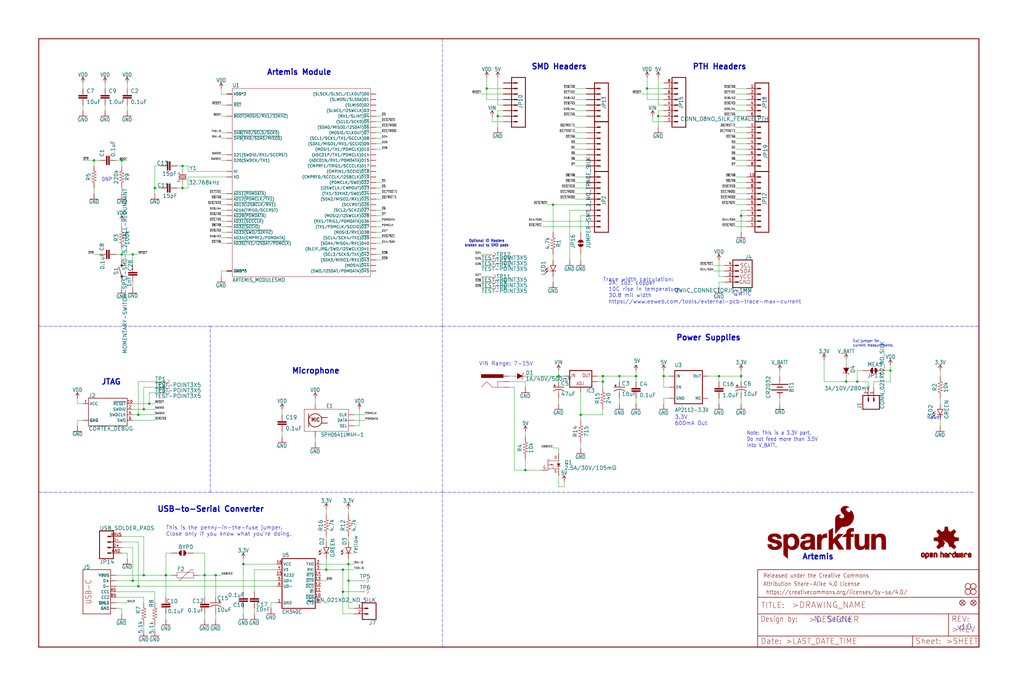
<source format=kicad_sch>
(kicad_sch (version 20211123) (generator eeschema)
  (paper "User" 470.306 317.906)
  (lib_symbols
    (symbol "eagleSchem-eagle-import:0.1UF-0603-25V-(+80{slash}-20%)"
      (property "Reference" "C" (at 1.524 2.921 0))
      (property "Value" "0.1UF-0603-25V-(+80{slash}-20%)" (at 1.524 -2.159 0))
      (symbol "0.1UF-0603-25V-(+80{slash}-20%)_1_0"
        (pin passive line (at 0 5.08 270) (length 2.54) (name "1") (number "1"))
        (pin passive line (at 0 -2.54 90) (length 2.54) (name "2") (number "2"))
      )
    )
    (symbol "eagleSchem-eagle-import:0.1UF-0603-25V-5%"
      (property "Reference" "C" (at 1.524 2.921 0))
      (property "Value" "0.1UF-0603-25V-5%" (at 1.524 -2.159 0))
      (symbol "0.1UF-0603-25V-5%_1_0"
        (pin passive line (at 0 5.08 270) (length 2.54) (name "1") (number "1"))
        (pin passive line (at 0 -2.54 90) (length 2.54) (name "2") (number "2"))
      )
    )
    (symbol "eagleSchem-eagle-import:1.0NF{slash}1000PF-0603-50V-10%"
      (property "Reference" "C" (at 1.524 2.921 0))
      (property "Value" "1.0NF{slash}1000PF-0603-50V-10%" (at 1.524 -2.159 0))
      (symbol "1.0NF{slash}1000PF-0603-50V-10%_1_0"
        (pin passive line (at 0 5.08 270) (length 2.54) (name "1") (number "1"))
        (pin passive line (at 0 -2.54 90) (length 2.54) (name "2") (number "2"))
      )
    )
    (symbol "eagleSchem-eagle-import:1.0UF-0603-16V-10%"
      (property "Reference" "C" (at 1.524 2.921 0))
      (property "Value" "1.0UF-0603-16V-10%" (at 1.524 -2.159 0))
      (symbol "1.0UF-0603-16V-10%_1_0"
        (pin passive line (at 0 5.08 270) (length 2.54) (name "1") (number "1"))
        (pin passive line (at 0 -2.54 90) (length 2.54) (name "2") (number "2"))
      )
    )
    (symbol "eagleSchem-eagle-import:100KOHM-0603-1{slash}10W-1%"
      (property "Reference" "R" (at 0 1.524 0))
      (property "Value" "100KOHM-0603-1{slash}10W-1%" (at 0 -1.524 0))
      (symbol "100KOHM-0603-1{slash}10W-1%_1_0"
        (pin passive line (at -5.08 0 0) (length 2.54) (name "1") (number "1"))
        (pin passive line (at 5.08 0 180) (length 2.54) (name "2") (number "2"))
      )
    )
    (symbol "eagleSchem-eagle-import:10KOHM-0603-1{slash}10W-1%"
      (property "Reference" "R" (at 0 1.524 0))
      (property "Value" "10KOHM-0603-1{slash}10W-1%" (at 0 -1.524 0))
      (symbol "10KOHM-0603-1{slash}10W-1%_1_0"
        (pin passive line (at -5.08 0 0) (length 2.54) (name "1") (number "1"))
        (pin passive line (at 5.08 0 180) (length 2.54) (name "2") (number "2"))
      )
    )
    (symbol "eagleSchem-eagle-import:10NF-0603-50V-10%"
      (property "Reference" "C" (at 1.524 2.921 0))
      (property "Value" "10NF-0603-50V-10%" (at 1.524 -2.159 0))
      (symbol "10NF-0603-50V-10%_1_0"
        (pin passive line (at 0 5.08 270) (length 2.54) (name "1") (number "1"))
        (pin passive line (at 0 -2.54 90) (length 2.54) (name "2") (number "2"))
      )
    )
    (symbol "eagleSchem-eagle-import:10UF-0603-6.3V-20%"
      (property "Reference" "C" (at 1.524 2.921 0))
      (property "Value" "10UF-0603-6.3V-20%" (at 1.524 -2.159 0))
      (symbol "10UF-0603-6.3V-20%_1_0"
        (pin passive line (at 0 5.08 270) (length 2.54) (name "1") (number "1"))
        (pin passive line (at 0 -2.54 90) (length 2.54) (name "2") (number "2"))
      )
    )
    (symbol "eagleSchem-eagle-import:10UF-POLAR-EIA3216-16V-10%(TANT)"
      (property "Reference" "C" (at 1.016 0.635 0))
      (property "Value" "10UF-POLAR-EIA3216-16V-10%(TANT)" (at 1.016 -4.191 0))
      (symbol "10UF-POLAR-EIA3216-16V-10%(TANT)_1_0"
        (pin passive line (at 0 2.54 270) (length 2.54) (name "+") (number "+"))
        (pin passive line (at 0 -5.08 90) (length 2.54) (name "-") (number "-"))
      )
    )
    (symbol "eagleSchem-eagle-import:15PF-0603-50V-5%"
      (property "Reference" "C" (at 1.524 2.921 0))
      (property "Value" "15PF-0603-50V-5%" (at 1.524 -2.159 0))
      (symbol "15PF-0603-50V-5%_1_0"
        (pin passive line (at 0 5.08 270) (length 2.54) (name "1") (number "1"))
        (pin passive line (at 0 -2.54 90) (length 2.54) (name "2") (number "2"))
      )
    )
    (symbol "eagleSchem-eagle-import:220KOHM-0603-1{slash}10W-1%"
      (property "Reference" "R" (at 0 1.524 0))
      (property "Value" "220KOHM-0603-1{slash}10W-1%" (at 0 -1.524 0))
      (symbol "220KOHM-0603-1{slash}10W-1%_1_0"
        (pin passive line (at -5.08 0 0) (length 2.54) (name "1") (number "1"))
        (pin passive line (at 5.08 0 180) (length 2.54) (name "2") (number "2"))
      )
    )
    (symbol "eagleSchem-eagle-import:240OHM-0603-1{slash}10W-1%"
      (property "Reference" "R" (at 0 1.524 0))
      (property "Value" "240OHM-0603-1{slash}10W-1%" (at 0 -1.524 0))
      (symbol "240OHM-0603-1{slash}10W-1%_1_0"
        (pin passive line (at -5.08 0 0) (length 2.54) (name "1") (number "1"))
        (pin passive line (at 5.08 0 180) (length 2.54) (name "2") (number "2"))
      )
    )
    (symbol "eagleSchem-eagle-import:3.3V" (power)
      (property "Value" "3.3V" (at 0 2.794 0))
      (symbol "3.3V_1_0"
        (pin power_in line (at 0 0 90) (length 2.54) (name "3.3V") (number "1"))
      )
    )
    (symbol "eagleSchem-eagle-import:4.7KOHM-0603-1{slash}10W-1%"
      (property "Reference" "R" (at 0 1.524 0))
      (property "Value" "4.7KOHM-0603-1{slash}10W-1%" (at 0 -1.524 0))
      (symbol "4.7KOHM-0603-1{slash}10W-1%_1_0"
        (pin passive line (at -5.08 0 0) (length 2.54) (name "1") (number "1"))
        (pin passive line (at 5.08 0 180) (length 2.54) (name "2") (number "2"))
      )
    )
    (symbol "eagleSchem-eagle-import:47UF-POLAR-PANASONIC_D-35V-20%"
      (property "Reference" "C" (at 1.016 0.635 0))
      (property "Value" "47UF-POLAR-PANASONIC_D-35V-20%" (at 1.016 -4.191 0))
      (symbol "47UF-POLAR-PANASONIC_D-35V-20%_1_0"
        (pin passive line (at 0 2.54 270) (length 2.54) (name "+") (number "+"))
        (pin passive line (at 0 -5.08 90) (length 2.54) (name "-") (number "-"))
      )
    )
    (symbol "eagleSchem-eagle-import:5.1KOHM5.1KOHM-0603-1{slash}10W-1%"
      (property "Reference" "R" (at 0 1.524 0))
      (property "Value" "5.1KOHM5.1KOHM-0603-1{slash}10W-1%" (at 0 -1.524 0))
      (symbol "5.1KOHM5.1KOHM-0603-1{slash}10W-1%_1_0"
        (pin passive line (at -5.08 0 0) (length 2.54) (name "1") (number "1"))
        (pin passive line (at 5.08 0 180) (length 2.54) (name "2") (number "2"))
      )
    )
    (symbol "eagleSchem-eagle-import:5V" (power)
      (property "Value" "5V" (at 0 2.794 0))
      (symbol "5V_1_0"
        (pin power_in line (at 0 0 90) (length 2.54) (name "5V") (number "1"))
      )
    )
    (symbol "eagleSchem-eagle-import:715OHM-0603-1{slash}10W-1%"
      (property "Reference" "R" (at 0 1.524 0))
      (property "Value" "715OHM-0603-1{slash}10W-1%" (at 0 -1.524 0))
      (symbol "715OHM-0603-1{slash}10W-1%_1_0"
        (pin passive line (at -5.08 0 0) (length 2.54) (name "1") (number "1"))
        (pin passive line (at 5.08 0 180) (length 2.54) (name "2") (number "2"))
      )
    )
    (symbol "eagleSchem-eagle-import:ARTEMIS_MODULESMD"
      (property "Reference" "U" (at -30.48 41.148 0))
      (property "Value" "ARTEMIS_MODULESMD" (at -30.48 -48.26 0))
      (symbol "ARTEMIS_MODULESMD_1_0"
        (pin bidirectional line (at -33.02 -15.24 0) (length 2.54) (name "AD16(TRIG0/SCCRST)") (number "AD16"))
        (pin bidirectional line (at -33.02 -27.94 0) (length 2.54) (name "AD34(CMPRF2/PDMDATA)") (number "AD34"))
        (pin bidirectional line (at -33.02 27.94 0) (length 2.54) (name "~{BOOT(MOSI5/RX1/32KHZ})") (number "BOOT"))
        (pin bidirectional line (at 35.56 38.1 180) (length 2.54) (name "(SLSCK/SLSCL/CLKOUT)D0") (number "D0"))
        (pin bidirectional line (at 35.56 35.56 180) (length 2.54) (name "(SLMOSI/SLSDA)D1") (number "D1"))
        (pin bidirectional line (at 35.56 12.7 180) (length 2.54) (name "(MOSI1/TX1/PDMCLK)D10") (number "D10"))
        (pin bidirectional line (at 35.56 10.16 180) (length 2.54) (name "(ADCD1P/TX1/PDMCLK)D14") (number "D14"))
        (pin bidirectional line (at 35.56 7.62 180) (length 2.54) (name "(ADCD1N/RX1/PDMDATA)D15") (number "D15"))
        (pin bidirectional line (at 35.56 5.08 180) (length 2.54) (name "(CMPRF1/TRIG1/SCCCLK)D17") (number "D17"))
        (pin bidirectional line (at 35.56 33.02 180) (length 2.54) (name "(SLMISO)D2") (number "D2"))
        (pin bidirectional line (at 35.56 30.48 180) (length 2.54) (name "(SLNCE/I2SWCLK)D3") (number "D3"))
        (pin bidirectional line (at 35.56 -20.32 180) (length 2.54) (name "(RX1/TRIG1/PDMDATA)D36") (number "D36"))
        (pin bidirectional line (at 35.56 -25.4 180) (length 2.54) (name "(MOSI3/RX1)D38") (number "D38"))
        (pin bidirectional line (at 35.56 -30.48 180) (length 2.54) (name "(SDA4/MISO4/RX1)D40") (number "D40"))
        (pin bidirectional line (at 35.56 -33.02 180) (length 2.54) (name "(BLEIF_IRQ/SWO/I2SWCLK)D41") (number "D41"))
        (pin bidirectional line (at 35.56 20.32 180) (length 2.54) (name "(MOSI0/CLKOUT)~{D7}") (number "D7"))
        (pin bidirectional line (at 35.56 17.78 180) (length 2.54) (name "(SCL1/SCK1/TX1/SCCLK)D8") (number "D8"))
        (pin bidirectional line (at 35.56 15.24 180) (length 2.54) (name "(SDA1/MISO1/RX1/SCCIO)D9") (number "D9"))
        (pin bidirectional line (at -33.02 -43.18 0) (length 2.54) (name "GND*6") (number "GND@1"))
        (pin bidirectional line (at -33.02 -43.18 0) (length 2.54) (name "GND*6") (number "GND@22"))
        (pin bidirectional line (at -33.02 -43.18 0) (length 2.54) (name "GND*6") (number "GND@38"))
        (pin bidirectional line (at -33.02 -43.18 0) (length 2.54) (name "GND*6") (number "GND@39"))
        (pin bidirectional line (at -33.02 -43.18 0) (length 2.54) (name "GND*6") (number "GND@47"))
        (pin bidirectional line (at -33.02 -43.18 0) (length 2.54) (name "GND*6") (number "GND@59"))
        (pin bidirectional line (at -33.02 17.78 0) (length 2.54) (name "~{D49(RX0/SDA5/MISO5})") (number "RXI-0"))
        (pin bidirectional line (at -33.02 7.62 0) (length 2.54) (name "D20(SWDCK/TX1)") (number "SWDCK"))
        (pin bidirectional line (at -33.02 10.16 0) (length 2.54) (name "D21(SWDIO/RX1/SCCRST)") (number "SWDIO"))
        (pin bidirectional line (at -33.02 20.32 0) (length 2.54) (name "~{D48(TX0/SCL5/SCK5})") (number "TXO-0"))
        (pin bidirectional line (at -33.02 38.1 0) (length 2.54) (name "VDD*2") (number "VDD@36"))
        (pin bidirectional line (at -33.02 38.1 0) (length 2.54) (name "VDD*2") (number "VDD@37"))
        (pin bidirectional line (at -33.02 2.54 0) (length 2.54) (name "XI") (number "XI"))
        (pin bidirectional line (at -33.02 0 0) (length 2.54) (name "XO") (number "XO"))
        (pin bidirectional line (at -33.02 -7.62 0) (length 2.54) (name "~{AD11(PDMDATA})") (number "~AD11"))
        (pin bidirectional line (at -33.02 -10.16 0) (length 2.54) (name "~{AD12(PDMCLK/TX1})") (number "~AD12"))
        (pin bidirectional line (at -33.02 -12.7 0) (length 2.54) (name "~{AD13(I2SBCLK/RX1})") (number "~AD13"))
        (pin bidirectional line (at -33.02 -17.78 0) (length 2.54) (name "~{AD29(PDMDATA})") (number "~AD29"))
        (pin bidirectional line (at -33.02 -20.32 0) (length 2.54) (name "~{AD31(SCCCLK})") (number "~AD31"))
        (pin bidirectional line (at -33.02 -22.86 0) (length 2.54) (name "~{AD32(SCCIO})") (number "~AD32"))
        (pin bidirectional line (at -33.02 -25.4 0) (length 2.54) (name "~{AD33(SWO/32KHZ})") (number "~AD33/SWO"))
        (pin bidirectional line (at -33.02 -30.48 0) (length 2.54) (name "~{AD35(TX1/I2SDAT/PDMCLK})") (number "~AD35"))
        (pin bidirectional line (at 35.56 2.54 180) (length 2.54) (name "(CMPIN1/SCCIO)~{D18}") (number "~D18"))
        (pin bidirectional line (at 35.56 0 180) (length 2.54) (name "(CMPRF0/SCCCLK/I2SBCLK)~{D19}") (number "~D19"))
        (pin bidirectional line (at 35.56 -2.54 180) (length 2.54) (name "(PDMCLK/SWO)~{D22}") (number "~D22"))
        (pin bidirectional line (at 35.56 -5.08 180) (length 2.54) (name "(I2SWCLK/CMPOUT)~{D23}") (number "~D23"))
        (pin bidirectional line (at 35.56 -7.62 180) (length 2.54) (name "(TX1/32KHZ/SWO)~{D24}") (number "~D24"))
        (pin bidirectional line (at 35.56 -10.16 180) (length 2.54) (name "(SDA2/MISO2/RX1)~{D25}") (number "~D25"))
        (pin bidirectional line (at 35.56 -12.7 180) (length 2.54) (name "(SCCRST)~{D26}") (number "~D26"))
        (pin bidirectional line (at 35.56 -15.24 180) (length 2.54) (name "(SCL2/SCK2)~{D27}") (number "~D27"))
        (pin bidirectional line (at 35.56 -17.78 180) (length 2.54) (name "(MOSI2/I2SWCLK)~{D28}") (number "~D28"))
        (pin bidirectional line (at 35.56 -22.86 180) (length 2.54) (name "(TX1/PDMCLK/SCCIO)~{D37}") (number "~D37"))
        (pin bidirectional line (at 35.56 -27.94 180) (length 2.54) (name "(SCL4/SCK4/TX1)~{D39}") (number "~D39"))
        (pin bidirectional line (at 35.56 27.94 180) (length 2.54) (name "(RX1/SLINT)~{D4}") (number "~D4"))
        (pin bidirectional line (at 35.56 -35.56 180) (length 2.54) (name "(SCL3/SCK3/TX1)~{D42}") (number "~D42"))
        (pin bidirectional line (at 35.56 -38.1 180) (length 2.54) (name "(SDA3/MISO3/RX1)~{D43}") (number "~D43"))
        (pin bidirectional line (at 35.56 -40.64 180) (length 2.54) (name "(MOSI4)~{D44}") (number "~D44"))
        (pin bidirectional line (at 35.56 -43.18 180) (length 2.54) (name "(SWO/I2SDAT/PDMDATA)~{D45}") (number "~D45"))
        (pin bidirectional line (at 35.56 25.4 180) (length 2.54) (name "(SCL0/SCK0)~{D5}") (number "~D5"))
        (pin bidirectional line (at 35.56 22.86 180) (length 2.54) (name "(SDA0/MISO0/I2SDAT)~{D6}") (number "~D6"))
        (pin bidirectional line (at -33.02 33.02 0) (length 2.54) (name "~{RST}") (number "~RST"))
      )
    )
    (symbol "eagleSchem-eagle-import:BATTERY-20MM_SMD_4LEGS_OVERPASTE"
      (property "Reference" "BT" (at 0 4.318 0))
      (property "Value" "BATTERY-20MM_SMD_4LEGS_OVERPASTE" (at 0 -4.318 0))
      (symbol "BATTERY-20MM_SMD_4LEGS_OVERPASTE_1_0"
        (pin power_in line (at -5.08 0 0) (length 2.54) (name "+") (number "1"))
        (pin power_in line (at 5.08 0 180) (length 2.54) (name "-") (number "2"))
      )
    )
    (symbol "eagleSchem-eagle-import:CH340C"
      (property "Reference" "U" (at -7.62 10.795 0))
      (property "Value" "CH340C" (at -7.62 -15.24 0))
      (symbol "CH340C_1_0"
        (pin bidirectional line (at -10.16 -10.16 0) (length 2.54) (name "GND") (number "1"))
        (pin bidirectional line (at 10.16 -7.62 180) (length 2.54) (name "~{DSR}") (number "10"))
        (pin bidirectional line (at 10.16 -5.08 180) (length 2.54) (name "~{RI}") (number "11"))
        (pin bidirectional line (at 10.16 -2.54 180) (length 2.54) (name "~{DCD}") (number "12"))
        (pin bidirectional line (at 10.16 0 180) (length 2.54) (name "~{DTR}") (number "13"))
        (pin bidirectional line (at 10.16 2.54 180) (length 2.54) (name "~{RTS}") (number "14"))
        (pin bidirectional line (at -10.16 2.54 0) (length 2.54) (name "R232") (number "15"))
        (pin bidirectional line (at -10.16 7.62 0) (length 2.54) (name "VCC") (number "16"))
        (pin bidirectional line (at 10.16 7.62 180) (length 2.54) (name "TXO") (number "2"))
        (pin bidirectional line (at 10.16 5.08 180) (length 2.54) (name "RXI") (number "3"))
        (pin bidirectional line (at -10.16 5.08 0) (length 2.54) (name "V3") (number "4"))
        (pin bidirectional line (at -10.16 0 0) (length 2.54) (name "UD+") (number "5"))
        (pin bidirectional line (at -10.16 -2.54 0) (length 2.54) (name "UD-") (number "6"))
        (pin bidirectional line (at 10.16 -10.16 180) (length 2.54) (name "~{CTS}") (number "9"))
      )
    )
    (symbol "eagleSchem-eagle-import:CONN_021X02_NO_SILK"
      (property "Reference" "J" (at -2.54 5.588 0))
      (property "Value" "CONN_021X02_NO_SILK" (at -2.54 -4.826 0))
      (symbol "CONN_021X02_NO_SILK_1_0"
        (pin passive line (at 7.62 0 180) (length 5.08) (name "1") (number "1"))
        (pin passive line (at 7.62 2.54 180) (length 5.08) (name "2") (number "2"))
      )
    )
    (symbol "eagleSchem-eagle-import:CONN_08NO_SILK_FEMALE_PTH"
      (property "Reference" "J" (at -5.08 13.208 0))
      (property "Value" "CONN_08NO_SILK_FEMALE_PTH" (at -5.08 -12.446 0))
      (symbol "CONN_08NO_SILK_FEMALE_PTH_1_0"
        (pin passive line (at 5.08 -7.62 180) (length 5.08) (name "1") (number "1"))
        (pin passive line (at 5.08 -5.08 180) (length 5.08) (name "2") (number "2"))
        (pin passive line (at 5.08 -2.54 180) (length 5.08) (name "3") (number "3"))
        (pin passive line (at 5.08 0 180) (length 5.08) (name "4") (number "4"))
        (pin passive line (at 5.08 2.54 180) (length 5.08) (name "5") (number "5"))
        (pin passive line (at 5.08 5.08 180) (length 5.08) (name "6") (number "6"))
        (pin passive line (at 5.08 7.62 180) (length 5.08) (name "7") (number "7"))
        (pin passive line (at 5.08 10.16 180) (length 5.08) (name "8") (number "8"))
      )
    )
    (symbol "eagleSchem-eagle-import:CONN_08SMD-COMBO-FEMALE_NC"
      (property "Reference" "J" (at -5.08 13.208 0))
      (property "Value" "CONN_08SMD-COMBO-FEMALE_NC" (at -5.08 -12.446 0))
      (symbol "CONN_08SMD-COMBO-FEMALE_NC_1_0"
        (pin passive line (at 5.08 -7.62 180) (length 5.08) (name "1") (number "1"))
        (pin passive line (at 5.08 -7.62 180) (length 5.08) (name "1") (number "1@2"))
        (pin passive line (at 5.08 -5.08 180) (length 5.08) (name "2") (number "2"))
        (pin passive line (at 5.08 -5.08 180) (length 5.08) (name "2") (number "2@2"))
        (pin passive line (at 5.08 -2.54 180) (length 5.08) (name "3") (number "3"))
        (pin passive line (at 5.08 -2.54 180) (length 5.08) (name "3") (number "3@2"))
        (pin passive line (at 5.08 0 180) (length 5.08) (name "4") (number "4"))
        (pin passive line (at 5.08 0 180) (length 5.08) (name "4") (number "4@2"))
        (pin passive line (at 5.08 2.54 180) (length 5.08) (name "5") (number "5"))
        (pin passive line (at 5.08 2.54 180) (length 5.08) (name "5") (number "5@2"))
        (pin passive line (at 5.08 5.08 180) (length 5.08) (name "6") (number "6"))
        (pin passive line (at 5.08 5.08 180) (length 5.08) (name "6") (number "6@2"))
        (pin passive line (at 5.08 7.62 180) (length 5.08) (name "7") (number "7"))
        (pin passive line (at 5.08 7.62 180) (length 5.08) (name "7") (number "7@2"))
        (pin passive line (at 5.08 10.16 180) (length 5.08) (name "8") (number "8"))
        (pin passive line (at 5.08 10.16 180) (length 5.08) (name "8") (number "8@2"))
      )
    )
    (symbol "eagleSchem-eagle-import:CORTEX_DEBUG_MINIMUM_PTH_NS"
      (property "Reference" "J" (at -10.16 7.874 0))
      (property "Value" "CORTEX_DEBUG_MINIMUM_PTH_NS" (at -10.16 -7.366 0))
      (symbol "CORTEX_DEBUG_MINIMUM_PTH_NS_1_0"
        (pin bidirectional line (at -12.7 5.08 0) (length 2.54) (name "VCC") (number "1"))
        (pin bidirectional line (at 10.16 5.08 180) (length 2.54) (name "~{RESET}") (number "10"))
        (pin bidirectional line (at 10.16 2.54 180) (length 2.54) (name "SWDIO") (number "2"))
        (pin bidirectional line (at -12.7 -2.54 0) (length 2.54) (name "GND") (number "3"))
        (pin bidirectional line (at 10.16 0 180) (length 2.54) (name "SWDCLK") (number "4"))
        (pin bidirectional line (at -12.7 -2.54 0) (length 2.54) (name "GND") (number "5"))
        (pin bidirectional line (at 10.16 -2.54 180) (length 2.54) (name "SWO") (number "6"))
        (pin bidirectional line (at -12.7 -2.54 0) (length 2.54) (name "GND") (number "9"))
      )
    )
    (symbol "eagleSchem-eagle-import:CRYSTAL-32.768KHZSMD-3.2X1.5"
      (property "Reference" "Y" (at 0 2.032 0))
      (property "Value" "CRYSTAL-32.768KHZSMD-3.2X1.5" (at 0 -2.032 0))
      (symbol "CRYSTAL-32.768KHZSMD-3.2X1.5_1_0"
        (text "1" (at -2.159 -1.143 0) (effects (font (size 0.8636 0.734)) (justify left bottom)))
        (text "2" (at 1.524 -1.143 0) (effects (font (size 0.8636 0.734)) (justify left bottom)))
        (pin passive line (at -2.54 0 0) (length 0) (name "1") (number "P$1"))
        (pin passive line (at 2.54 0 180) (length 0) (name "2") (number "P$2"))
      )
    )
    (symbol "eagleSchem-eagle-import:DIODE-SCHOTTKY-BAT60A"
      (property "Reference" "D" (at -2.54 2.032 0))
      (property "Value" "DIODE-SCHOTTKY-BAT60A" (at -2.54 -2.032 0))
      (symbol "DIODE-SCHOTTKY-BAT60A_1_0"
        (pin passive line (at -2.54 0 0) (length 0) (name "A") (number "A"))
        (pin passive line (at 2.54 0 180) (length 0) (name "C") (number "C"))
      )
    )
    (symbol "eagleSchem-eagle-import:DIODE-SCHOTTKY-SS14"
      (property "Reference" "D" (at -2.54 2.032 0))
      (property "Value" "DIODE-SCHOTTKY-SS14" (at -2.54 -2.032 0))
      (symbol "DIODE-SCHOTTKY-SS14_1_0"
        (pin passive line (at -2.54 0 0) (length 0) (name "A") (number "A"))
        (pin passive line (at 2.54 0 180) (length 0) (name "C") (number "C"))
      )
    )
    (symbol "eagleSchem-eagle-import:FIDUCIAL1X2")
    (symbol "eagleSchem-eagle-import:FRAME-LEDGER"
      (symbol "FRAME-LEDGER_2_0"
        (text " https://creativecommons.org/licenses/by-sa/4.0/" (at 2.54 24.13 0) (effects (font (size 1.9304 1.6408)) (justify left bottom)))
        (text ">DESIGNER" (at 23.114 11.176 0) (effects (font (size 2.7432 2.7432)) (justify left bottom)))
        (text ">DRAWING_NAME" (at 15.494 17.78 0) (effects (font (size 2.7432 2.7432)) (justify left bottom)))
        (text ">LAST_DATE_TIME" (at 12.7 1.27 0) (effects (font (size 2.54 2.54)) (justify left bottom)))
        (text ">REV" (at 88.9 6.604 0) (effects (font (size 2.7432 2.7432)) (justify left bottom)))
        (text ">SHEET" (at 86.36 1.27 0) (effects (font (size 2.54 2.54)) (justify left bottom)))
        (text "Attribution Share-Alike 4.0 License" (at 2.54 27.94 0) (effects (font (size 1.9304 1.6408)) (justify left bottom)))
        (text "Date:" (at 1.27 1.27 0) (effects (font (size 2.54 2.54)) (justify left bottom)))
        (text "Design by:" (at 1.27 11.43 0) (effects (font (size 2.54 2.159)) (justify left bottom)))
        (text "Released under the Creative Commons" (at 2.54 31.75 0) (effects (font (size 1.9304 1.6408)) (justify left bottom)))
        (text "REV:" (at 88.9 11.43 0) (effects (font (size 2.54 2.54)) (justify left bottom)))
        (text "Sheet:" (at 72.39 1.27 0) (effects (font (size 2.54 2.54)) (justify left bottom)))
        (text "TITLE:" (at 1.524 17.78 0) (effects (font (size 2.54 2.54)) (justify left bottom)))
      )
    )
    (symbol "eagleSchem-eagle-import:GND" (power)
      (property "Value" "GND" (at 0 -0.254 0))
      (symbol "GND_1_0"
        (pin power_in line (at 0 2.54 270) (length 2.54) (name "GND") (number "1"))
      )
    )
    (symbol "eagleSchem-eagle-import:JUMPER-SMT_2_NC_TRACE_SILK"
      (property "Reference" "JP" (at -2.54 2.54 0))
      (property "Value" "JUMPER-SMT_2_NC_TRACE_SILK" (at -2.54 -2.54 0))
      (symbol "JUMPER-SMT_2_NC_TRACE_SILK_1_0"
        (pin passive line (at -5.08 0 0) (length 2.54) (name "1") (number "1"))
        (pin passive line (at 5.08 0 180) (length 2.54) (name "2") (number "2"))
      )
    )
    (symbol "eagleSchem-eagle-import:JUMPER-SMT_2_NO_SILK"
      (property "Reference" "JP" (at -2.54 2.54 0))
      (property "Value" "JUMPER-SMT_2_NO_SILK" (at -2.54 -2.54 0))
      (symbol "JUMPER-SMT_2_NO_SILK_1_0"
        (pin passive line (at -5.08 0 0) (length 2.54) (name "1") (number "1"))
        (pin passive line (at 5.08 0 180) (length 2.54) (name "2") (number "2"))
      )
    )
    (symbol "eagleSchem-eagle-import:LED-BLUE1206"
      (property "Reference" "D" (at -3.429 -4.572 90))
      (property "Value" "LED-BLUE1206" (at 1.905 -4.572 90))
      (symbol "LED-BLUE1206_1_0"
        (pin passive line (at 0 2.54 270) (length 2.54) (name "A") (number "A"))
        (pin passive line (at 0 -5.08 90) (length 2.54) (name "C") (number "C"))
      )
    )
    (symbol "eagleSchem-eagle-import:LED-GREENLILYPAD"
      (property "Reference" "D" (at -3.429 -4.572 90))
      (property "Value" "LED-GREENLILYPAD" (at 1.905 -4.572 90))
      (symbol "LED-GREENLILYPAD_1_0"
        (pin passive line (at 0 2.54 270) (length 2.54) (name "A") (number "A"))
        (pin passive line (at 0 -5.08 90) (length 2.54) (name "C") (number "C"))
      )
    )
    (symbol "eagleSchem-eagle-import:LED-YELLOWLILYPAD"
      (property "Reference" "D" (at -3.429 -4.572 90))
      (property "Value" "LED-YELLOWLILYPAD" (at 1.905 -4.572 90))
      (symbol "LED-YELLOWLILYPAD_1_0"
        (pin passive line (at 0 2.54 270) (length 2.54) (name "A") (number "A"))
        (pin passive line (at 0 -5.08 90) (length 2.54) (name "C") (number "C"))
      )
    )
    (symbol "eagleSchem-eagle-import:M06NO_SILK"
      (property "Reference" "JP" (at -5.08 10.922 0))
      (property "Value" "M06NO_SILK" (at -5.08 -10.16 0))
      (symbol "M06NO_SILK_1_0"
        (pin passive line (at 5.08 -5.08 180) (length 5.08) (name "1") (number "1"))
        (pin passive line (at 5.08 -2.54 180) (length 5.08) (name "2") (number "2"))
        (pin passive line (at 5.08 0 180) (length 5.08) (name "3") (number "3"))
        (pin passive line (at 5.08 2.54 180) (length 5.08) (name "4") (number "4"))
        (pin passive line (at 5.08 5.08 180) (length 5.08) (name "5") (number "5"))
        (pin passive line (at 5.08 7.62 180) (length 5.08) (name "6") (number "6"))
      )
    )
    (symbol "eagleSchem-eagle-import:M06SMD-STRAIGHT-COMBO"
      (property "Reference" "JP" (at -5.08 10.922 0))
      (property "Value" "M06SMD-STRAIGHT-COMBO" (at -5.08 -10.16 0))
      (symbol "M06SMD-STRAIGHT-COMBO_1_0"
        (pin passive line (at 5.08 -5.08 180) (length 5.08) (name "1") (number "1A"))
        (pin passive line (at 5.08 -5.08 180) (length 5.08) (name "1") (number "1B"))
        (pin passive line (at 5.08 -2.54 180) (length 5.08) (name "2") (number "2A"))
        (pin passive line (at 5.08 -2.54 180) (length 5.08) (name "2") (number "2B"))
        (pin passive line (at 5.08 0 180) (length 5.08) (name "3") (number "3A"))
        (pin passive line (at 5.08 0 180) (length 5.08) (name "3") (number "3B"))
        (pin passive line (at 5.08 2.54 180) (length 5.08) (name "4") (number "4A"))
        (pin passive line (at 5.08 2.54 180) (length 5.08) (name "4") (number "4B"))
        (pin passive line (at 5.08 5.08 180) (length 5.08) (name "5") (number "5A"))
        (pin passive line (at 5.08 5.08 180) (length 5.08) (name "5") (number "5B"))
        (pin passive line (at 5.08 7.62 180) (length 5.08) (name "6") (number "6A"))
        (pin passive line (at 5.08 7.62 180) (length 5.08) (name "6") (number "6B"))
      )
    )
    (symbol "eagleSchem-eagle-import:M08NO_SILK"
      (property "Reference" "JP" (at -5.08 13.462 0))
      (property "Value" "M08NO_SILK" (at -5.08 -12.7 0))
      (symbol "M08NO_SILK_1_0"
        (pin passive line (at 5.08 -7.62 180) (length 5.08) (name "1") (number "1"))
        (pin passive line (at 5.08 -5.08 180) (length 5.08) (name "2") (number "2"))
        (pin passive line (at 5.08 -2.54 180) (length 5.08) (name "3") (number "3"))
        (pin passive line (at 5.08 0 180) (length 5.08) (name "4") (number "4"))
        (pin passive line (at 5.08 2.54 180) (length 5.08) (name "5") (number "5"))
        (pin passive line (at 5.08 5.08 180) (length 5.08) (name "6") (number "6"))
        (pin passive line (at 5.08 7.62 180) (length 5.08) (name "7") (number "7"))
        (pin passive line (at 5.08 10.16 180) (length 5.08) (name "8") (number "8"))
      )
    )
    (symbol "eagleSchem-eagle-import:M10NO_SILK"
      (property "Reference" "JP" (at 0 8.89 0))
      (property "Value" "M10NO_SILK" (at 0 -22.86 0))
      (symbol "M10NO_SILK_1_0"
        (pin passive line (at 10.16 -17.78 180) (length 5.08) (name "1") (number "1"))
        (pin passive line (at 10.16 5.08 180) (length 5.08) (name "10") (number "10"))
        (pin passive line (at 10.16 -15.24 180) (length 5.08) (name "2") (number "2"))
        (pin passive line (at 10.16 -12.7 180) (length 5.08) (name "3") (number "3"))
        (pin passive line (at 10.16 -10.16 180) (length 5.08) (name "4") (number "4"))
        (pin passive line (at 10.16 -7.62 180) (length 5.08) (name "5") (number "5"))
        (pin passive line (at 10.16 -5.08 180) (length 5.08) (name "6") (number "6"))
        (pin passive line (at 10.16 -2.54 180) (length 5.08) (name "7") (number "7"))
        (pin passive line (at 10.16 0 180) (length 5.08) (name "8") (number "8"))
        (pin passive line (at 10.16 2.54 180) (length 5.08) (name "9") (number "9"))
      )
    )
    (symbol "eagleSchem-eagle-import:M10SMD_COMBO"
      (property "Reference" "JP" (at 0 8.89 0))
      (property "Value" "M10SMD_COMBO" (at 0 -22.86 0))
      (symbol "M10SMD_COMBO_1_0"
        (pin passive line (at 10.16 5.08 180) (length 5.08) (name "10") (number "10A"))
        (pin passive line (at 10.16 5.08 180) (length 5.08) (name "10") (number "10B"))
        (pin passive line (at 10.16 -17.78 180) (length 5.08) (name "1") (number "1A"))
        (pin passive line (at 10.16 -17.78 180) (length 5.08) (name "1") (number "1B"))
        (pin passive line (at 10.16 -15.24 180) (length 5.08) (name "2") (number "2A"))
        (pin passive line (at 10.16 -15.24 180) (length 5.08) (name "2") (number "2B"))
        (pin passive line (at 10.16 -12.7 180) (length 5.08) (name "3") (number "3A"))
        (pin passive line (at 10.16 -12.7 180) (length 5.08) (name "3") (number "3B"))
        (pin passive line (at 10.16 -10.16 180) (length 5.08) (name "4") (number "4A"))
        (pin passive line (at 10.16 -10.16 180) (length 5.08) (name "4") (number "4B"))
        (pin passive line (at 10.16 -7.62 180) (length 5.08) (name "5") (number "5A"))
        (pin passive line (at 10.16 -7.62 180) (length 5.08) (name "5") (number "5B"))
        (pin passive line (at 10.16 -5.08 180) (length 5.08) (name "6") (number "6A"))
        (pin passive line (at 10.16 -5.08 180) (length 5.08) (name "6") (number "6B"))
        (pin passive line (at 10.16 -2.54 180) (length 5.08) (name "7") (number "7A"))
        (pin passive line (at 10.16 -2.54 180) (length 5.08) (name "7") (number "7B"))
        (pin passive line (at 10.16 0 180) (length 5.08) (name "8") (number "8A"))
        (pin passive line (at 10.16 0 180) (length 5.08) (name "8") (number "8B"))
        (pin passive line (at 10.16 2.54 180) (length 5.08) (name "9") (number "9A"))
        (pin passive line (at 10.16 2.54 180) (length 5.08) (name "9") (number "9B"))
      )
    )
    (symbol "eagleSchem-eagle-import:MOMENTARY-SWITCH-SPST-SMD-5.2-TALL-REDUNDANT"
      (property "Reference" "S" (at 0 1.524 0))
      (property "Value" "MOMENTARY-SWITCH-SPST-SMD-5.2-TALL-REDUNDANT" (at 0 -0.508 0))
      (symbol "MOMENTARY-SWITCH-SPST-SMD-5.2-TALL-REDUNDANT_1_0"
        (pin passive line (at -5.08 0 0) (length 2.54) (name "1") (number "1"))
        (pin passive line (at -5.08 0 0) (length 2.54) (name "1") (number "2"))
        (pin passive line (at 5.08 0 180) (length 2.54) (name "2") (number "3"))
        (pin passive line (at 5.08 0 180) (length 2.54) (name "2") (number "4"))
      )
    )
    (symbol "eagleSchem-eagle-import:MOSFET_PCH-DMG2307L"
      (property "Reference" "Q" (at 5.08 0 0))
      (property "Value" "MOSFET_PCH-DMG2307L" (at 5.08 -2.54 0))
      (symbol "MOSFET_PCH-DMG2307L_1_0"
        (text "D" (at 0.508 2.54 0) (effects (font (size 1.27 1.0795)) (justify left bottom)))
        (text "G" (at -3.302 -0.508 0) (effects (font (size 1.27 1.0795)) (justify right top)))
        (text "S" (at 0.508 -3.81 0) (effects (font (size 1.27 1.0795)) (justify left bottom)))
        (pin bidirectional line (at -5.08 -2.54 0) (length 2.54) (name "G") (number "1"))
        (pin bidirectional line (at 2.54 -5.08 90) (length 2.54) (name "S") (number "2"))
        (pin bidirectional line (at 2.54 5.08 270) (length 2.54) (name "D") (number "3"))
      )
    )
    (symbol "eagleSchem-eagle-import:OSHW-LOGOS")
    (symbol "eagleSchem-eagle-import:POWER_JACKTOE"
      (property "Reference" "J" (at -10.16 0 0))
      (property "Value" "POWER_JACKTOE" (at -10.16 10.16 0))
      (symbol "POWER_JACKTOE_1_0"
        (pin bidirectional line (at 2.54 5.08 180) (length 2.54) (name "GNDBREAK") (number "GND"))
        (pin bidirectional line (at 2.54 2.54 180) (length 2.54) (name "GND") (number "P$4"))
        (pin bidirectional line (at 2.54 7.62 180) (length 2.54) (name "PWR") (number "VIN0"))
      )
    )
    (symbol "eagleSchem-eagle-import:PPTC_6V2A"
      (property "Reference" "F" (at 1.905 3.175 0))
      (property "Value" "PPTC_6V2A" (at 1.27 -2.794 0))
      (symbol "PPTC_6V2A_1_0"
        (pin bidirectional line (at -5.08 0 0) (length 2.54) (name "1") (number "1"))
        (pin bidirectional line (at 7.62 0 180) (length 2.54) (name "2") (number "2"))
      )
    )
    (symbol "eagleSchem-eagle-import:QWIIC_CONNECTORJS-1MM"
      (property "Reference" "J" (at -5.08 7.874 0))
      (property "Value" "QWIIC_CONNECTORJS-1MM" (at -5.08 -5.334 0))
      (symbol "QWIIC_CONNECTORJS-1MM_1_0"
        (text "GND" (at -4.572 -2.54 0) (effects (font (size 1.778 1.778)) (justify left)))
        (text "SCL" (at -4.572 5.08 0) (effects (font (size 1.778 1.778)) (justify left)))
        (text "SDA" (at -4.572 2.54 0) (effects (font (size 1.778 1.778)) (justify left)))
        (text "VCC" (at -4.572 0 0) (effects (font (size 1.778 1.778)) (justify left)))
        (pin power_in line (at 7.62 -2.54 180) (length 5.08) (name "1") (number "1"))
        (pin power_in line (at 7.62 0 180) (length 5.08) (name "2") (number "2"))
        (pin passive line (at 7.62 2.54 180) (length 5.08) (name "3") (number "3"))
        (pin passive line (at 7.62 5.08 180) (length 5.08) (name "4") (number "4"))
      )
    )
    (symbol "eagleSchem-eagle-import:RESISTOR0603"
      (property "Reference" "R" (at 0 1.524 0))
      (property "Value" "RESISTOR0603" (at 0 -1.524 0))
      (symbol "RESISTOR0603_1_0"
        (pin passive line (at -5.08 0 0) (length 2.54) (name "1") (number "1"))
        (pin passive line (at 5.08 0 180) (length 2.54) (name "2") (number "2"))
      )
    )
    (symbol "eagleSchem-eagle-import:SFE_LOGO_FLAME.1_INCH")
    (symbol "eagleSchem-eagle-import:SFE_LOGO_NAME.1_INCH")
    (symbol "eagleSchem-eagle-import:SPH0641LM4H-1_MICROPHONE"
      (property "Reference" "E" (at 1.524 6.604 0))
      (property "Value" "SPH0641LM4H-1_MICROPHONE" (at 2.286 -6.604 0))
      (symbol "SPH0641LM4H-1_MICROPHONE_1_0"
        (text "MIC" (at -7.112 -0.762 0) (effects (font (size 1.778 1.5113) (thickness 0.3023) bold) (justify left bottom)))
        (pin output line (at 12.7 0 180) (length 2.54) (name "DATA") (number "1"))
        (pin input line (at 12.7 -2.54 180) (length 2.54) (name "SEL") (number "2"))
        (pin power_in line (at -5.08 -7.62 90) (length 2.54) (name "GND") (number "3"))
        (pin input line (at 12.7 2.54 180) (length 2.54) (name "CLK") (number "4"))
        (pin power_in line (at -5.08 7.62 270) (length 2.54) (name "VDD") (number "5"))
        (pin power_in line (at -5.08 -7.62 90) (length 2.54) (name "GND") (number "6"))
        (pin power_in line (at -5.08 -7.62 90) (length 2.54) (name "GND") (number "7"))
        (pin power_in line (at -5.08 -7.62 90) (length 2.54) (name "GND") (number "8"))
      )
    )
    (symbol "eagleSchem-eagle-import:STAND-OFF")
    (symbol "eagleSchem-eagle-import:TEST-POINT3X5"
      (property "Reference" "TP" (at -2.54 2.54 0))
      (property "Value" "TEST-POINT3X5" (at -2.54 -2.54 0))
      (symbol "TEST-POINT3X5_1_0"
        (pin bidirectional line (at 0 0 180) (length 0) (name "1") (number "P$1"))
      )
    )
    (symbol "eagleSchem-eagle-import:USB_C2-LAYER"
      (property "Reference" "J" (at -2.54 10.414 0))
      (property "Value" "USB_C2-LAYER" (at -2.54 -12.446 0))
      (symbol "USB_C2-LAYER_1_0"
        (text "USB-C" (at 0 0 900) (effects (font (size 2.54 2.159))))
        (pin bidirectional line (at 12.7 0 180) (length 2.54) (name "CC1") (number "A5"))
        (pin bidirectional line (at 12.7 5.08 180) (length 2.54) (name "D+") (number "A6"))
        (pin bidirectional line (at 12.7 2.54 180) (length 2.54) (name "D-") (number "A7"))
        (pin bidirectional line (at 12.7 -2.54 180) (length 2.54) (name "CC2") (number "B5"))
        (pin bidirectional line (at 12.7 5.08 180) (length 2.54) (name "D+") (number "B6"))
        (pin bidirectional line (at 12.7 2.54 180) (length 2.54) (name "D-") (number "B7"))
        (pin bidirectional line (at 12.7 -7.62 180) (length 2.54) (name "GND") (number "GND"))
        (pin bidirectional line (at 12.7 -7.62 180) (length 2.54) (name "GND") (number "GND2"))
        (pin bidirectional line (at 12.7 -5.08 180) (length 2.54) (name "SHLD") (number "SHLD1"))
        (pin bidirectional line (at 12.7 -5.08 180) (length 2.54) (name "SHLD") (number "SHLD2"))
        (pin bidirectional line (at 12.7 -5.08 180) (length 2.54) (name "SHLD") (number "SHLD3"))
        (pin bidirectional line (at 12.7 -5.08 180) (length 2.54) (name "SHLD") (number "SHLD4"))
        (pin bidirectional line (at 12.7 -5.08 180) (length 2.54) (name "SHLD") (number "SHLD5"))
        (pin bidirectional line (at 12.7 -5.08 180) (length 2.54) (name "SHLD") (number "SHLD6"))
        (pin bidirectional line (at 12.7 -5.08 180) (length 2.54) (name "SHLD") (number "SHLD7"))
        (pin bidirectional line (at 12.7 -5.08 180) (length 2.54) (name "SHLD") (number "SHLD8"))
        (pin bidirectional line (at 12.7 7.62 180) (length 2.54) (name "VBUS") (number "VBUS1"))
        (pin bidirectional line (at 12.7 7.62 180) (length 2.54) (name "VBUS") (number "VBUS2"))
      )
    )
    (symbol "eagleSchem-eagle-import:USB_SOLDER_PADS"
      (property "Reference" "JP" (at -5.08 8.128 0))
      (property "Value" "USB_SOLDER_PADS" (at -5.08 -7.366 0))
      (symbol "USB_SOLDER_PADS_1_0"
        (pin passive line (at 5.08 2.54 180) (length 5.08) (name "3") (number "D+"))
        (pin passive line (at 5.08 0 180) (length 5.08) (name "2") (number "D-"))
        (pin passive line (at 5.08 5.08 180) (length 5.08) (name "4") (number "GND"))
        (pin passive line (at 5.08 -2.54 180) (length 5.08) (name "1") (number "VBUS"))
      )
    )
    (symbol "eagleSchem-eagle-import:VDD" (power)
      (property "Value" "VDD" (at 0 2.794 0))
      (symbol "VDD_1_0"
        (pin power_in line (at 0 0 90) (length 2.54) (name "VDD") (number "1"))
      )
    )
    (symbol "eagleSchem-eagle-import:VIN" (power)
      (property "Value" "VIN" (at 0 2.794 0))
      (symbol "VIN_1_0"
        (pin power_in line (at 0 0 90) (length 2.54) (name "VIN") (number "1"))
      )
    )
    (symbol "eagleSchem-eagle-import:V_BATT" (power)
      (property "Value" "V_BATT" (at 0 2.794 0))
      (symbol "V_BATT_1_0"
        (pin power_in line (at 0 0 90) (length 2.54) (name "V_BATT") (number "1"))
      )
    )
    (symbol "eagleSchem-eagle-import:V_REG_AP2112K-3.3V"
      (property "Reference" "U" (at -7.62 9.144 0))
      (property "Value" "V_REG_AP2112K-3.3V" (at -7.62 -11.43 0))
      (symbol "V_REG_AP2112K-3.3V_1_0"
        (pin input line (at -10.16 5.08 0) (length 2.54) (name "IN") (number "1"))
        (pin input line (at -10.16 -5.08 0) (length 2.54) (name "GND") (number "2"))
        (pin input line (at -10.16 0 0) (length 2.54) (name "EN") (number "3"))
        (pin input line (at 7.62 -5.08 180) (length 2.54) (name "NC") (number "4"))
        (pin passive line (at 7.62 5.08 180) (length 2.54) (name "OUT") (number "5"))
      )
    )
    (symbol "eagleSchem-eagle-import:V_REG_LM1117ALT1"
      (property "Reference" "IC" (at 2.54 -7.62 0))
      (property "Value" "V_REG_LM1117ALT1" (at 2.54 -10.16 0))
      (symbol "V_REG_LM1117ALT1_1_0"
        (text "ADJ" (at -2.032 -4.318 0) (effects (font (size 1.524 1.2954)) (justify left bottom)))
        (text "IN" (at -4.445 -0.635 0) (effects (font (size 1.524 1.2954)) (justify left bottom)))
        (text "OUT" (at 0.635 -0.635 0) (effects (font (size 1.524 1.2954)) (justify left bottom)))
        (pin input line (at 0 -7.62 90) (length 2.54) (name "ADJ") (number "1"))
        (pin power_in line (at 7.62 0 180) (length 2.54) (name "OUT") (number "2"))
        (pin input line (at -7.62 0 0) (length 2.54) (name "IN") (number "3"))
        (pin power_in line (at 7.62 -2.54 180) (length 2.54) (name "OUT@1") (number "4"))
      )
    )
  )
  (junction (at 254 93.98))
  (junction (at 55.88 116.84))
  (junction (at 284.48 172.72))
  (junction (at 297.18 40.64))
  (junction (at 93.98 264.16))
  (junction (at 408.94 170.18))
  (junction (at 302.26 53.34))
  (junction (at 160.02 266.7))
  (junction (at 66.04 187.96))
  (junction (at 241.3 215.9))
  (junction (at 223.52 40.64))
  (junction (at 266.7 190.5))
  (junction (at 55.88 73.66))
  (junction (at 60.96 266.7))
  (junction (at 111.76 259.08))
  (junction (at 83.82 76.2))
  (junction (at 340.36 99.06))
  (junction (at 256.54 172.72))
  (junction (at 160.02 259.08))
  (junction (at 292.1 172.72))
  (junction (at 388.62 175.26))
  (junction (at 60.96 116.84))
  (junction (at 157.48 261.62))
  (junction (at 393.7 175.26))
  (junction (at 76.2 264.16))
  (junction (at 43.18 73.66))
  (junction (at 149.86 261.62))
  (junction (at 276.86 172.72))
  (junction (at 228.6 53.34))
  (junction (at 63.5 190.5))
  (junction (at 66.04 264.16))
  (junction (at 330.2 172.72))
  (junction (at 99.06 264.16))
  (junction (at 157.48 271.78))
  (junction (at 63.5 269.24))
  (junction (at 304.8 172.72))
  (junction (at 68.58 185.42))
  (junction (at 340.36 172.72))
  (junction (at 83.82 86.36))
  (junction (at 71.12 86.36))
  (junction (at 276.86 175.26))
  (wire (pts (xy 66.04 177.8) (xy 73.66 177.8)))
  (wire (pts (xy 172.72 104.14) (xy 175.26 104.14)))
  (wire (pts (xy 431.8 195.58) (xy 431.8 193.04)))
  (wire (pts (xy 241.3 198.12) (xy 241.3 200.66)))
  (wire (pts (xy 269.24 43.18) (xy 264.16 43.18)))
  (wire (pts (xy 269.24 45.72) (xy 264.16 45.72)))
  (wire (pts (xy 66.04 274.32) (xy 66.04 276.86)))
  (wire (pts (xy 431.8 170.18) (xy 431.8 172.72)))
  (wire (pts (xy 228.6 48.26) (xy 228.6 35.56)))
  (wire (pts (xy 86.36 78.74) (xy 86.36 76.2)))
  (wire (pts (xy 241.3 175.26) (xy 241.3 177.8)))
  (wire (pts (xy 172.72 60.96) (xy 175.26 60.96)))
  (wire (pts (xy 259.08 172.72) (xy 256.54 172.72)))
  (wire (pts (xy 231.14 50.8) (xy 228.6 50.8)))
  (wire (pts (xy 269.24 101.6) (xy 248.92 101.6)))
  (wire (pts (xy 73.66 180.34) (xy 68.58 180.34)))
  (wire (pts (xy 269.24 68.58) (xy 264.16 68.58)))
  (wire (pts (xy 160.02 256.54) (xy 160.02 259.08)))
  (wire (pts (xy 58.42 254) (xy 58.42 256.54)))
  (wire (pts (xy 104.14 60.96) (xy 101.6 60.96)))
  (wire (pts (xy 86.36 76.2) (xy 83.82 76.2)))
  (wire (pts (xy 83.82 76.2) (xy 81.28 76.2)))
  (wire (pts (xy 330.2 185.42) (xy 330.2 182.88)))
  (wire (pts (xy 292.1 170.18) (xy 292.1 172.72)))
  (wire (pts (xy 269.24 81.28) (xy 264.16 81.28)))
  (wire (pts (xy 63.5 248.92) (xy 63.5 269.24)))
  (wire (pts (xy 38.1 50.8) (xy 38.1 48.26)))
  (wire (pts (xy 38.1 185.42) (xy 35.56 185.42)))
  (wire (pts (xy 101.6 124.46) (xy 101.6 127)))
  (wire (pts (xy 172.72 111.76) (xy 175.26 111.76)))
  (wire (pts (xy 304.8 53.34) (xy 302.26 53.34)))
  (wire (pts (xy 93.98 274.32) (xy 93.98 264.16)))
  (wire (pts (xy 259.08 220.98) (xy 259.08 223.52)))
  (wire (pts (xy 342.9 58.42) (xy 337.82 58.42)))
  (wire (pts (xy 160.02 279.4) (xy 162.56 279.4)))
  (wire (pts (xy 342.9 86.36) (xy 337.82 86.36)))
  (wire (pts (xy 378.46 175.26) (xy 388.62 175.26)))
  (wire (pts (xy 104.14 48.26) (xy 101.6 48.26)))
  (wire (pts (xy 342.9 88.9) (xy 337.82 88.9)))
  (wire (pts (xy 104.14 81.28) (xy 86.36 81.28)))
  (wire (pts (xy 66.04 187.96) (xy 71.12 187.96)))
  (wire (pts (xy 53.34 274.32) (xy 66.04 274.32)))
  (wire (pts (xy 127 276.86) (xy 124.46 276.86)))
  (wire (pts (xy 43.18 76.2) (xy 43.18 73.66)))
  (wire (pts (xy 401.32 175.26) (xy 408.94 175.26)))
  (wire (pts (xy 160.02 246.38) (xy 160.02 248.92)))
  (wire (pts (xy 284.48 185.42) (xy 284.48 182.88)))
  (polyline (pts (xy 96.52 149.86) (xy 203.2 149.86)))
  (wire (pts (xy 408.94 175.26) (xy 408.94 170.18)))
  (wire (pts (xy 104.14 93.98) (xy 101.6 93.98)))
  (wire (pts (xy 307.34 182.88) (xy 304.8 182.88)))
  (wire (pts (xy 127 269.24) (xy 63.5 269.24)))
  (wire (pts (xy 162.56 190.5) (xy 167.64 190.5)))
  (wire (pts (xy 53.34 271.78) (xy 71.12 271.78)))
  (wire (pts (xy 149.86 246.38) (xy 149.86 248.92)))
  (wire (pts (xy 358.14 170.18) (xy 358.14 172.72)))
  (wire (pts (xy 35.56 185.42) (xy 35.56 182.88)))
  (wire (pts (xy 302.26 48.26) (xy 304.8 48.26)))
  (wire (pts (xy 127 261.62) (xy 116.84 261.62)))
  (wire (pts (xy 388.62 175.26) (xy 388.62 172.72)))
  (wire (pts (xy 60.96 190.5) (xy 63.5 190.5)))
  (wire (pts (xy 104.14 101.6) (xy 101.6 101.6)))
  (wire (pts (xy 73.66 86.36) (xy 71.12 86.36)))
  (wire (pts (xy 68.58 180.34) (xy 68.58 185.42)))
  (wire (pts (xy 162.56 193.04) (xy 167.64 193.04)))
  (wire (pts (xy 228.6 58.42) (xy 228.6 53.34)))
  (wire (pts (xy 78.74 254) (xy 76.2 254)))
  (wire (pts (xy 342.9 40.64) (xy 337.82 40.64)))
  (wire (pts (xy 393.7 170.18) (xy 393.7 175.26)))
  (wire (pts (xy 269.24 58.42) (xy 264.16 58.42)))
  (wire (pts (xy 266.7 190.5) (xy 266.7 193.04)))
  (wire (pts (xy 60.96 266.7) (xy 127 266.7)))
  (wire (pts (xy 304.8 45.72) (xy 297.18 45.72)))
  (wire (pts (xy 276.86 187.96) (xy 276.86 190.5)))
  (wire (pts (xy 172.72 119.38) (xy 175.26 119.38)))
  (wire (pts (xy 66.04 264.16) (xy 76.2 264.16)))
  (wire (pts (xy 63.5 175.26) (xy 73.66 175.26)))
  (wire (pts (xy 172.72 53.34) (xy 175.26 53.34)))
  (wire (pts (xy 231.14 53.34) (xy 228.6 53.34)))
  (wire (pts (xy 104.14 71.12) (xy 101.6 71.12)))
  (wire (pts (xy 172.72 63.5) (xy 175.26 63.5)))
  (wire (pts (xy 99.06 274.32) (xy 99.06 264.16)))
  (wire (pts (xy 269.24 104.14) (xy 248.92 104.14)))
  (wire (pts (xy 304.8 43.18) (xy 294.64 43.18)))
  (wire (pts (xy 172.72 88.9) (xy 175.26 88.9)))
  (wire (pts (xy 304.8 177.8) (xy 304.8 172.72)))
  (wire (pts (xy 256.54 208.28) (xy 256.54 205.74)))
  (wire (pts (xy 297.18 35.56) (xy 297.18 40.64)))
  (wire (pts (xy 55.88 119.38) (xy 55.88 116.84)))
  (wire (pts (xy 269.24 53.34) (xy 264.16 53.34)))
  (wire (pts (xy 223.52 35.56) (xy 223.52 40.64)))
  (wire (pts (xy 254 106.68) (xy 254 93.98)))
  (wire (pts (xy 83.82 83.82) (xy 83.82 86.36)))
  (wire (pts (xy 55.88 246.38) (xy 66.04 246.38)))
  (wire (pts (xy 48.26 50.8) (xy 48.26 48.26)))
  (wire (pts (xy 66.04 246.38) (xy 66.04 264.16)))
  (wire (pts (xy 269.24 88.9) (xy 264.16 88.9)))
  (wire (pts (xy 330.2 172.72) (xy 325.12 172.72)))
  (wire (pts (xy 342.9 68.58) (xy 337.82 68.58)))
  (wire (pts (xy 378.46 175.26) (xy 378.46 165.1)))
  (wire (pts (xy 104.14 109.22) (xy 101.6 109.22)))
  (wire (pts (xy 93.98 284.48) (xy 93.98 281.94)))
  (wire (pts (xy 269.24 83.82) (xy 264.16 83.82)))
  (wire (pts (xy 55.88 279.4) (xy 55.88 281.94)))
  (polyline (pts (xy 203.2 226.06) (xy 203.2 149.86)))
  (wire (pts (xy 93.98 264.16) (xy 99.06 264.16)))
  (wire (pts (xy 342.9 48.26) (xy 337.82 48.26)))
  (wire (pts (xy 284.48 172.72) (xy 292.1 172.72)))
  (wire (pts (xy 401.32 177.8) (xy 401.32 175.26)))
  (wire (pts (xy 149.86 261.62) (xy 157.48 261.62)))
  (wire (pts (xy 129.54 198.12) (xy 129.54 200.66)))
  (wire (pts (xy 266.7 205.74) (xy 266.7 203.2)))
  (wire (pts (xy 269.24 71.12) (xy 264.16 71.12)))
  (wire (pts (xy 304.8 40.64) (xy 297.18 40.64)))
  (wire (pts (xy 111.76 256.54) (xy 111.76 259.08)))
  (wire (pts (xy 149.86 233.68) (xy 149.86 236.22)))
  (wire (pts (xy 60.96 193.04) (xy 71.12 193.04)))
  (wire (pts (xy 276.86 172.72) (xy 284.48 172.72)))
  (wire (pts (xy 342.9 83.82) (xy 337.82 83.82)))
  (wire (pts (xy 256.54 175.26) (xy 256.54 172.72)))
  (wire (pts (xy 60.96 251.46) (xy 60.96 266.7)))
  (wire (pts (xy 223.52 116.84) (xy 220.98 116.84)))
  (wire (pts (xy 101.6 124.46) (xy 104.14 124.46)))
  (wire (pts (xy 55.88 251.46) (xy 60.96 251.46)))
  (wire (pts (xy 104.14 53.34) (xy 101.6 53.34)))
  (wire (pts (xy 223.52 129.54) (xy 220.98 129.54)))
  (wire (pts (xy 256.54 170.18) (xy 256.54 172.72)))
  (polyline (pts (xy 203.2 149.86) (xy 203.2 17.78)))
  (wire (pts (xy 342.9 96.52) (xy 340.36 96.52)))
  (wire (pts (xy 104.14 63.5) (xy 101.6 63.5)))
  (wire (pts (xy 172.72 86.36) (xy 175.26 86.36)))
  (wire (pts (xy 91.44 264.16) (xy 93.98 264.16)))
  (wire (pts (xy 256.54 185.42) (xy 256.54 182.88)))
  (wire (pts (xy 396.24 170.18) (xy 393.7 170.18)))
  (polyline (pts (xy 96.52 226.06) (xy 96.52 149.86)))
  (wire (pts (xy 342.9 101.6) (xy 337.82 101.6)))
  (wire (pts (xy 172.72 106.68) (xy 175.26 106.68)))
  (wire (pts (xy 99.06 264.16) (xy 101.6 264.16)))
  (wire (pts (xy 71.12 86.36) (xy 71.12 88.9)))
  (polyline (pts (xy 17.78 149.86) (xy 96.52 149.86)))
  (wire (pts (xy 340.36 172.72) (xy 340.36 175.26)))
  (wire (pts (xy 304.8 50.8) (xy 302.26 50.8)))
  (wire (pts (xy 60.96 132.08) (xy 60.96 129.54)))
  (wire (pts (xy 269.24 48.26) (xy 264.16 48.26)))
  (wire (pts (xy 332.74 124.46) (xy 327.66 124.46)))
  (wire (pts (xy 55.88 76.2) (xy 55.88 73.66)))
  (wire (pts (xy 342.9 66.04) (xy 337.82 66.04)))
  (wire (pts (xy 73.66 76.2) (xy 71.12 76.2)))
  (polyline (pts (xy 203.2 226.06) (xy 447.04 226.06)))
  (wire (pts (xy 55.88 73.66) (xy 58.42 73.66)))
  (wire (pts (xy 86.36 81.28) (xy 86.36 86.36)))
  (wire (pts (xy 129.54 190.5) (xy 129.54 187.96)))
  (wire (pts (xy 302.26 48.26) (xy 302.26 35.56)))
  (wire (pts (xy 104.14 88.9) (xy 101.6 88.9)))
  (wire (pts (xy 256.54 172.72) (xy 241.3 172.72)))
  (wire (pts (xy 38.1 38.1) (xy 38.1 40.64)))
  (wire (pts (xy 256.54 205.74) (xy 254 205.74)))
  (wire (pts (xy 157.48 271.78) (xy 157.48 281.94)))
  (wire (pts (xy 274.32 175.26) (xy 276.86 175.26)))
  (wire (pts (xy 266.7 190.5) (xy 266.7 180.34)))
  (wire (pts (xy 269.24 63.5) (xy 264.16 63.5)))
  (wire (pts (xy 388.62 175.26) (xy 393.7 175.26)))
  (wire (pts (xy 342.9 63.5) (xy 337.82 63.5)))
  (wire (pts (xy 330.2 172.72) (xy 340.36 172.72)))
  (wire (pts (xy 388.62 167.64) (xy 388.62 165.1)))
  (wire (pts (xy 226.06 55.88) (xy 226.06 53.34)))
  (wire (pts (xy 342.9 73.66) (xy 337.82 73.66)))
  (wire (pts (xy 330.2 129.54) (xy 330.2 132.08)))
  (wire (pts (xy 93.98 254) (xy 93.98 264.16)))
  (wire (pts (xy 256.54 218.44) (xy 256.54 223.52)))
  (wire (pts (xy 172.72 68.58) (xy 175.26 68.58)))
  (wire (pts (xy 147.32 259.08) (xy 160.02 259.08)))
  (wire (pts (xy 269.24 66.04) (xy 264.16 66.04)))
  (wire (pts (xy 307.34 177.8) (xy 304.8 177.8)))
  (wire (pts (xy 342.9 93.98) (xy 337.82 93.98)))
  (wire (pts (xy 55.88 129.54) (xy 55.88 132.08)))
  (wire (pts (xy 266.7 99.06) (xy 266.7 106.68)))
  (wire (pts (xy 60.96 121.92) (xy 60.96 116.84)))
  (wire (pts (xy 274.32 172.72) (xy 276.86 172.72)))
  (wire (pts (xy 116.84 281.94) (xy 116.84 279.4)))
  (wire (pts (xy 147.32 266.7) (xy 149.86 266.7)))
  (wire (pts (xy 304.8 172.72) (xy 307.34 172.72)))
  (wire (pts (xy 63.5 269.24) (xy 53.34 269.24)))
  (wire (pts (xy 71.12 289.56) (xy 71.12 287.02)))
  (wire (pts (xy 53.34 116.84) (xy 55.88 116.84)))
  (wire (pts (xy 172.72 66.04) (xy 175.26 66.04)))
  (wire (pts (xy 231.14 40.64) (xy 223.52 40.64)))
  (wire (pts (xy 269.24 40.64) (xy 264.16 40.64)))
  (wire (pts (xy 165.1 266.7) (xy 160.02 266.7)))
  (wire (pts (xy 160.02 259.08) (xy 162.56 259.08)))
  (wire (pts (xy 269.24 76.2) (xy 264.16 76.2)))
  (wire (pts (xy 165.1 271.78) (xy 157.48 271.78)))
  (wire (pts (xy 162.56 195.58) (xy 165.1 195.58)))
  (wire (pts (xy 172.72 83.82) (xy 175.26 83.82)))
  (wire (pts (xy 223.52 119.38) (xy 220.98 119.38)))
  (polyline (pts (xy 17.78 226.06) (xy 96.52 226.06)))
  (polyline (pts (xy 203.2 149.86) (xy 449.58 149.86)))
  (wire (pts (xy 269.24 86.36) (xy 264.16 86.36)))
  (wire (pts (xy 60.96 116.84) (xy 55.88 116.84)))
  (wire (pts (xy 45.72 73.66) (xy 43.18 73.66)))
  (wire (pts (xy 342.9 53.34) (xy 337.82 53.34)))
  (wire (pts (xy 223.52 127) (xy 220.98 127)))
  (wire (pts (xy 104.14 91.44) (xy 101.6 91.44)))
  (wire (pts (xy 269.24 96.52) (xy 261.62 96.52)))
  (wire (pts (xy 63.5 116.84) (xy 60.96 116.84)))
  (wire (pts (xy 53.34 266.7) (xy 60.96 266.7)))
  (wire (pts (xy 284.48 172.72) (xy 284.48 175.26)))
  (wire (pts (xy 53.34 264.16) (xy 66.04 264.16)))
  (wire (pts (xy 431.8 182.88) (xy 431.8 185.42)))
  (wire (pts (xy 269.24 99.06) (xy 266.7 99.06)))
  (wire (pts (xy 172.72 99.06) (xy 175.26 99.06)))
  (wire (pts (xy 83.82 86.36) (xy 81.28 86.36)))
  (wire (pts (xy 299.72 55.88) (xy 299.72 53.34)))
  (wire (pts (xy 104.14 73.66) (xy 101.6 73.66)))
  (wire (pts (xy 340.36 99.06) (xy 340.36 106.68)))
  (wire (pts (xy 297.18 40.64) (xy 297.18 45.72)))
  (wire (pts (xy 304.8 182.88) (xy 304.8 185.42)))
  (wire (pts (xy 144.78 182.88) (xy 144.78 185.42)))
  (wire (pts (xy 340.36 170.18) (xy 340.36 172.72)))
  (wire (pts (xy 342.9 76.2) (xy 337.82 76.2)))
  (wire (pts (xy 43.18 73.66) (xy 38.1 73.66)))
  (wire (pts (xy 63.5 190.5) (xy 71.12 190.5)))
  (wire (pts (xy 60.96 185.42) (xy 68.58 185.42)))
  (wire (pts (xy 342.9 81.28) (xy 337.82 81.28)))
  (wire (pts (xy 160.02 266.7) (xy 160.02 259.08)))
  (wire (pts (xy 35.56 193.04) (xy 35.56 195.58)))
  (wire (pts (xy 55.88 254) (xy 58.42 254)))
  (wire (pts (xy 342.9 43.18) (xy 337.82 43.18)))
  (wire (pts (xy 276.86 177.8) (xy 276.86 175.26)))
  (wire (pts (xy 342.9 91.44) (xy 337.82 91.44)))
  (wire (pts (xy 299.72 55.88) (xy 304.8 55.88)))
  (wire (pts (xy 254 127) (xy 254 129.54)))
  (wire (pts (xy 228.6 50.8) (xy 228.6 53.34)))
  (wire (pts (xy 269.24 93.98) (xy 254 93.98)))
  (wire (pts (xy 104.14 99.06) (xy 101.6 99.06)))
  (wire (pts (xy 408.94 170.18) (xy 406.4 170.18)))
  (wire (pts (xy 58.42 50.8) (xy 58.42 48.26)))
  (wire (pts (xy 172.72 109.22) (xy 175.26 109.22)))
  (wire (pts (xy 256.54 223.52) (xy 259.08 223.52)))
  (wire (pts (xy 254 116.84) (xy 254 119.38)))
  (wire (pts (xy 38.1 193.04) (xy 35.56 193.04)))
  (wire (pts (xy 111.76 279.4) (xy 111.76 281.94)))
  (wire (pts (xy 269.24 50.8) (xy 264.16 50.8)))
  (wire (pts (xy 53.34 276.86) (xy 58.42 276.86)))
  (polyline (pts (xy 203.2 297.18) (xy 203.2 226.06)))
  (wire (pts (xy 101.6 43.18) (xy 101.6 40.64)))
  (wire (pts (xy 269.24 60.96) (xy 264.16 60.96)))
  (wire (pts (xy 241.3 215.9) (xy 241.3 210.82)))
  (wire (pts (xy 261.62 119.38) (xy 261.62 96.52)))
  (wire (pts (xy 332.74 129.54) (xy 330.2 129.54)))
  (wire (pts (xy 149.86 256.54) (xy 149.86 261.62)))
  (wire (pts (xy 104.14 111.76) (xy 101.6 111.76)))
  (wire (pts (xy 226.06 55.88) (xy 231.14 55.88)))
  (wire (pts (xy 63.5 190.5) (xy 63.5 175.26)))
  (wire (pts (xy 83.82 78.74) (xy 83.82 76.2)))
  (wire (pts (xy 157.48 281.94) (xy 162.56 281.94)))
  (wire (pts (xy 332.74 121.92) (xy 327.66 121.92)))
  (wire (pts (xy 233.68 172.72) (xy 236.22 172.72)))
  (wire (pts (xy 60.96 187.96) (xy 66.04 187.96)))
  (wire (pts (xy 165.1 195.58) (xy 165.1 187.96)))
  (wire (pts (xy 55.88 101.6) (xy 55.88 104.14)))
  (wire (pts (xy 58.42 38.1) (xy 58.42 40.64)))
  (wire (pts (xy 340.36 185.42) (xy 340.36 182.88)))
  (wire (pts (xy 53.34 279.4) (xy 55.88 279.4)))
  (wire (pts (xy 342.9 60.96) (xy 337.82 60.96)))
  (wire (pts (xy 231.14 43.18) (xy 220.98 43.18)))
  (wire (pts (xy 236.22 215.9) (xy 241.3 215.9)))
  (wire (pts (xy 160.02 266.7) (xy 160.02 279.4)))
  (wire (pts (xy 302.26 50.8) (xy 302.26 53.34)))
  (wire (pts (xy 236.22 177.8) (xy 236.22 215.9)))
  (wire (pts (xy 88.9 254) (xy 93.98 254)))
  (wire (pts (xy 157.48 261.62) (xy 162.56 261.62)))
  (wire (pts (xy 266.7 119.38) (xy 266.7 116.84)))
  (wire (pts (xy 66.04 289.56) (xy 66.04 287.02)))
  (wire (pts (xy 304.8 170.18) (xy 304.8 172.72)))
  (wire (pts (xy 55.88 73.66) (xy 53.34 73.66)))
  (wire (pts (xy 144.78 203.2) (xy 144.78 200.66)))
  (wire (pts (xy 233.68 177.8) (xy 236.22 177.8)))
  (wire (pts (xy 254 93.98) (xy 251.46 93.98)))
  (wire (pts (xy 302.26 58.42) (xy 302.26 53.34)))
  (wire (pts (xy 111.76 259.08) (xy 111.76 271.78)))
  (wire (pts (xy 104.14 96.52) (xy 101.6 96.52)))
  (wire (pts (xy 104.14 106.68) (xy 101.6 106.68)))
  (wire (pts (xy 71.12 76.2) (xy 71.12 86.36)))
  (wire (pts (xy 342.9 104.14) (xy 337.82 104.14)))
  (wire (pts (xy 342.9 71.12) (xy 337.82 71.12)))
  (wire (pts (xy 76.2 284.48) (xy 76.2 281.94)))
  (wire (pts (xy 358.14 185.42) (xy 358.14 182.88)))
  (wire (pts (xy 76.2 254) (xy 76.2 264.16)))
  (wire (pts (xy 398.78 175.26) (xy 398.78 177.8)))
  (wire (pts (xy 408.94 167.64) (xy 408.94 170.18)))
  (polyline (pts (xy 96.52 226.06) (xy 203.2 226.06)))
  (wire (pts (xy 223.52 132.08) (xy 220.98 132.08)))
  (wire (pts (xy 160.02 233.68) (xy 160.02 236.22)))
  (wire (pts (xy 104.14 78.74) (xy 86.36 78.74)))
  (wire (pts (xy 68.58 185.42) (xy 71.12 185.42)))
  (wire (pts (xy 157.48 271.78) (xy 157.48 261.62)))
  (wire (pts (xy 269.24 73.66) (xy 264.16 73.66)))
  (wire (pts (xy 276.86 175.26) (xy 276.86 172.72)))
  (wire (pts (xy 99.06 284.48) (xy 99.06 281.94)))
  (wire (pts (xy 172.72 55.88) (xy 175.26 55.88)))
  (wire (pts (xy 76.2 274.32) (xy 76.2 264.16)))
  (wire (pts (xy 330.2 127) (xy 330.2 119.38)))
  (wire (pts (xy 104.14 43.18) (xy 101.6 43.18)))
  (wire (pts (xy 116.84 271.78) (xy 116.84 261.62)))
  (wire (pts (xy 393.7 175.26) (xy 398.78 175.26)))
  (wire (pts (xy 342.9 50.8) (xy 337.82 50.8)))
  (wire (pts (xy 55.88 248.92) (xy 63.5 248.92)))
  (wire (pts (xy 292.1 172.72) (xy 292.1 175.26)))
  (wire (pts (xy 172.72 96.52) (xy 175.26 96.52)))
  (wire (pts (xy 276.86 190.5) (xy 266.7 190.5)))
  (wire (pts (xy 55.88 88.9) (xy 55.88 86.36)))
  (wire (pts (xy 172.72 101.6) (xy 175.26 101.6)))
  (wire (pts (xy 66.04 187.96) (xy 66.04 177.8)))
  (wire (pts (xy 332.74 127) (xy 330.2 127)))
  (wire (pts (xy 45.72 116.84) (xy 43.18 116.84)))
  (wire (pts (xy 127 259.08) (xy 111.76 259.08)))
  (wire (pts (xy 233.68 175.26) (xy 241.3 175.26)))
  (wire (pts (xy 71.12 271.78) (xy 71.12 276.86)))
  (wire (pts (xy 248.92 215.9) (xy 241.3 215.9)))
  (wire (pts (xy 342.9 99.06) (xy 340.36 99.06)))
  (wire (pts (xy 147.32 261.62) (xy 149.86 261.62)))
  (wire (pts (xy 172.72 58.42) (xy 175.26 58.42)))
  (wire (pts (xy 342.9 45.72) (xy 337.82 45.72)))
  (wire (pts (xy 228.6 48.26) (xy 231.14 48.26)))
  (wire (pts (xy 55.88 114.3) (xy 55.88 116.84)))
  (wire (pts (xy 269.24 91.44) (xy 264.16 91.44)))
  (wire (pts (xy 231.14 45.72) (xy 223.52 45.72)))
  (wire (pts (xy 340.36 96.52) (xy 340.36 99.06)))
  (wire (pts (xy 43.18 88.9) (xy 43.18 86.36)))
  (wire (pts (xy 172.72 91.44) (xy 175.26 91.44)))
  (wire (pts (xy 292.1 185.42) (xy 292.1 182.88)))
  (wire (pts (xy 330.2 172.72) (xy 330.2 175.26)))
  (wire (pts (xy 124.46 276.86) (xy 124.46 279.4)))
  (wire (pts (xy 76.2 264.16) (xy 78.74 264.16)))
  (wire (pts (xy 172.72 116.84) (xy 175.26 116.84)))
  (wire (pts (xy 104.14 104.14) (xy 101.6 104.14)))
  (wire (pts (xy 83.82 86.36) (xy 86.36 86.36)))
  (wire (pts (xy 223.52 40.64) (xy 223.52 45.72)))
  (wire (pts (xy 223.52 121.92) (xy 220.98 121.92)))
  (wire (pts (xy 48.26 38.1) (xy 48.26 40.64)))
  (text "PTH Headers" (at 330.454 30.734 180) (effects (font (size 2.54 2.54) (thickness 0.508) bold)))
  (text "VIN Range: 7-15V" (at 219.964 168.148 180) (effects (font (size 1.778 1.778)) (justify left bottom)))
  (text "Note: This is a 3.3V part.\nDo not feed more than 3.5V\ninto V_BATT." (at 342.9 205.74 0) (effects (font (size 1.778 1.5113)) (justify left bottom)))
  (text "Artemis" (at 375.666 255.778 180) (effects (font (size 2.54 2.54) (thickness 0.508) bold)))
  (text "SMD Headers" (at 256.794 30.734 180) (effects (font (size 2.54 2.54) (thickness 0.508) bold)))
  (text "Microphone" (at 145.034 170.434 180) (effects (font (size 2.54 2.54) (thickness 0.508) bold)))
  (text "DNP" (at 46.736 83.566 180) (effects (font (size 1.778 1.5113)) (justify left bottom)))
  (text "Cut jumper for\ncurrent measurements" (at 391.668 159.512 180) (effects (font (size 1.27 1.0795)) (justify left bottom)))
  (text "USB-to-Serial Converter" (at 96.774 233.934 180) (effects (font (size 2.54 2.54) (thickness 0.508) bold)))
  (text "Trace width calculation:" (at 276.86 129.54 180) (effects (font (size 1.778 1.778)) (justify left bottom)))
  (text "Qwiic" (at 336.55 136.144 180) (effects (font (size 2.54 2.159)) (justify left bottom)))
  (text "This is the penny-in-the-fuse jumper.\nClose only if you know what you're doing." (at 76.2 246.38 0) (effects (font (size 1.778 1.778)) (justify left bottom)))
  (text "2A, 1oz. copper\n10C rise in temperature\n30.8 mil width\nhttps://www.eeweb.com/tools/external-pcb-trace-max-current" (at 279.4 139.7 0) (effects (font (size 1.778 1.778)) (justify left bottom)))
  (text "Power" (at 425.704 192.786 180) (effects (font (size 1.778 1.5113)) (justify left bottom)))
  (text "Power Supplies" (at 325.374 155.194 180) (effects (font (size 2.54 2.54) (thickness 0.508) bold)))
  (text "v10" (at 439.42 289.56 180) (effects (font (size 2.54 2.54)) (justify left bottom)))
  (text "JTAG" (at 51.054 175.514 180) (effects (font (size 2.54 2.54) (thickness 0.508) bold)))
  (text "3.3V\n600mA Out" (at 309.88 195.58 180) (effects (font (size 1.778 1.778)) (justify left bottom)))
  (text "Artemis Module" (at 137.414 33.274 180) (effects (font (size 2.54 2.54) (thickness 0.508) bold)))
  (text "Optional IO Masters\nbroken out to SMD pads" (at 223.52 111.76 180) (effects (font (size 1.27 1.0795) (thickness 0.2159) bold)))
  (text "N. Seidle" (at 373.634 286.004 180) (effects (font (size 2.54 2.54)) (justify left bottom)))
  (label "~{D4}" (at 264.16 68.58 180) (effects (font (size 0.889 0.889))))
  (label "~{D16/A0}" (at 264.16 40.64 180) (effects (font (size 0.889 0.889))))
  (label "~{D1/TXO-1}" (at 337.82 60.96 180) (effects (font (size 0.889 0.889))))
  (label "~{D7}" (at 337.82 76.2 180) (effects (font (size 0.889 0.889))))
  (label "SWDIO" (at 101.6 71.12 180) (effects (font (size 0.889 0.889))))
  (label "~{D1/TXO-1}" (at 175.26 88.9 0) (effects (font (size 0.889 0.889))))
  (label "PDMCLK" (at 167.64 190.5 0) (effects (font (size 0.889 0.889))))
  (label "~{DTR}" (at 149.86 266.7 0) (effects (font (size 0.889 0.889))))
  (label "~{D5}" (at 337.82 71.12 180) (effects (font (size 0.889 0.889))))
  (label "D25" (at 175.26 66.04 0) (effects (font (size 0.889 0.889))))
  (label "~{D6}" (at 264.16 73.66 180) (effects (font (size 0.889 0.889))))
  (label "D20/A4" (at 264.16 50.8 180) (effects (font (size 0.889 0.889))))
  (label "~{D28}" (at 220.98 129.54 180) (effects (font (size 0.889 0.889))))
  (label "D14/SDA" (at 327.66 124.46 180) (effects (font (size 0.889 0.889))))
  (label "SWDCK" (at 101.6 73.66 180) (effects (font (size 0.889 0.889))))
  (label "~{D17/A1}" (at 101.6 88.9 180) (effects (font (size 0.889 0.889))))
  (label "PDMDATA" (at 167.64 193.04 0) (effects (font (size 0.889 0.889))))
  (label "~{D1/TXO-1}" (at 264.16 60.96 180) (effects (font (size 0.889 0.889))))
  (label "~{D3}" (at 175.26 53.34 0) (effects (font (size 0.889 0.889))))
  (label "BOOT" (at 58.42 73.66 180) (effects (font (size 0.889 0.889))))
  (label "~{D15/SCL}" (at 337.82 104.14 180) (effects (font (size 0.889 0.889))))
  (label "~{D19/A3}" (at 101.6 106.68 180) (effects (font (size 0.889 0.889))))
  (label "~{D19/A3}" (at 71.12 193.04 0) (effects (font (size 0.889 0.889))))
  (label "~{RESET}" (at 101.6 48.26 180) (effects (font (size 0.889 0.889))))
  (label "D25" (at 220.98 119.38 180) (effects (font (size 0.889 0.889))))
  (label "~{D10/A10}" (at 101.6 93.98 180) (effects (font (size 0.889 0.889))))
  (label "TXO-0" (at 162.56 261.62 0) (effects (font (size 0.889 0.889))))
  (label "RXI-0" (at 101.6 63.5 180) (effects (font (size 0.889 0.889))))
  (label "~{D12/MISO}" (at 264.16 91.44 180) (effects (font (size 0.889 0.889))))
  (label "~{DTR}" (at 38.1 73.66 0) (effects (font (size 0.889 0.889))))
  (label "~{D8/A8}" (at 101.6 104.14 180) (effects (font (size 0.889 0.889))))
  (label "USBVCC" (at 101.6 264.16 0) (effects (font (size 0.889 0.889))))
  (label "~{D9/A9}" (at 264.16 83.82 180) (effects (font (size 0.889 0.889))))
  (label "~{D15/SCL}" (at 327.66 121.92 180) (effects (font (size 0.889 0.889))))
  (label "~{D6}" (at 175.26 96.52 0) (effects (font (size 0.889 0.889))))
  (label "~{D21/A5}" (at 264.16 53.34 180) (effects (font (size 0.889 0.889))))
  (label "~{D15/SCL}" (at 248.92 104.14 180) (effects (font (size 0.889 0.889))))
  (label "D27" (at 220.98 127 180) (effects (font (size 0.889 0.889))))
  (label "~{D12/MISO}" (at 337.82 91.44 180) (effects (font (size 0.889 0.889))))
  (label "~{DTR}" (at 43.18 116.84 180) (effects (font (size 0.889 0.889))))
  (label "~{D11/MOSI}" (at 175.26 60.96 0) (effects (font (size 0.889 0.889))))
  (label "D18/A2" (at 101.6 109.22 180) (effects (font (size 0.889 0.889))))
  (label "D18/A2" (at 337.82 45.72 180) (effects (font (size 0.889 0.889))))
  (label "D26" (at 175.26 68.58 0) (effects (font (size 0.889 0.889))))
  (label "~{D0/RXI-1}" (at 264.16 58.42 180) (effects (font (size 0.889 0.889))))
  (label "~{RESET}" (at 63.5 116.84 0) (effects (font (size 0.889 0.889))))
  (label "~{D13/SCK}" (at 175.26 55.88 0) (effects (font (size 0.889 0.889))))
  (label "RXI-0" (at 162.56 259.08 0) (effects (font (size 0.889 0.889))))
  (label "D18/A2" (at 264.16 45.72 180) (effects (font (size 0.889 0.889))))
  (label "~{D17/A1}" (at 264.16 43.18 180) (effects (font (size 0.889 0.889))))
  (label "~{D13/SCK}" (at 337.82 93.98 180) (effects (font (size 0.889 0.889))))
  (label "~{D8/A8}" (at 264.16 81.28 180) (effects (font (size 0.889 0.889))))
  (label "~{D7}" (at 175.26 99.06 0) (effects (font (size 0.889 0.889))))
  (label "~{D13/SCK}" (at 251.46 93.98 180) (effects (font (size 0.889 0.889))))
  (label "USBVCC" (at 254 205.74 180) (effects (font (size 0.889 0.889))))
  (label "~{D16/A0}" (at 101.6 99.06 180) (effects (font (size 0.889 0.889))))
  (label "~{D9/A9}" (at 337.82 83.82 180) (effects (font (size 0.889 0.889))))
  (label "~{D3}" (at 337.82 66.04 180) (effects (font (size 0.889 0.889))))
  (label "~{D11/MOSI}" (at 337.82 88.9 180) (effects (font (size 0.889 0.889))))
  (label "D20/A4" (at 337.82 50.8 180) (effects (font (size 0.889 0.889))))
  (label "~{D2/A6}" (at 101.6 111.76 180) (effects (font (size 0.889 0.889))))
  (label "~{D8/A8}" (at 337.82 81.28 180) (effects (font (size 0.889 0.889))))
  (label "D14/SDA" (at 248.92 101.6 180) (effects (font (size 0.889 0.889))))
  (label "D24" (at 175.26 63.5 0) (effects (font (size 0.889 0.889))))
  (label "D27" (at 175.26 106.68 0) (effects (font (size 0.889 0.889))))
  (label "~{RESET}" (at 71.12 185.42 0) (effects (font (size 0.889 0.889))))
  (label "~{D21/A5}" (at 337.82 53.34 180) (effects (font (size 0.889 0.889))))
  (label "~{D21/A5}" (at 101.6 101.6 180) (effects (font (size 0.889 0.889))))
  (label "~{D28}" (at 175.26 116.84 0) (effects (font (size 0.889 0.889))))
  (label "SWDIO" (at 71.12 187.96 0) (effects (font (size 0.889 0.889))))
  (label "~{D11/MOSI}" (at 264.16 88.9 180) (effects (font (size 0.889 0.889))))
  (label "~{RESET}" (at 294.64 43.18 180) (effects (font (size 0.889 0.889))))
  (label "~{D2/A6}" (at 337.82 63.5 180) (effects (font (size 0.889 0.889))))
  (label "~{D3}" (at 264.16 66.04 180) (effects (font (size 0.889 0.889))))
  (label "~{D0/RXI-1}" (at 175.26 91.44 0) (effects (font (size 0.889 0.889))))
  (label "~{D9/A9}" (at 101.6 91.44 180) (effects (font (size 0.889 0.889))))
  (label "~{RESET}" (at 220.98 43.18 180) (effects (font (size 0.889 0.889))))
  (label "~{D12/MISO}" (at 175.26 58.42 0) (effects (font (size 0.889 0.889))))
  (label "~{D6}" (at 337.82 73.66 180) (effects (font (size 0.889 0.889))))
  (label "SWDCK" (at 71.12 190.5 0) (effects (font (size 0.889 0.889))))
  (label "D26" (at 220.98 121.92 180) (effects (font (size 0.889 0.889))))
  (label "D14/SDA" (at 175.26 111.76 0) (effects (font (size 0.889 0.889))))
  (label "~{D10/A10}" (at 337.82 86.36 180) (effects (font (size 0.889 0.889))))
  (label "SHLD" (at 58.42 276.86 0) (effects (font (size 0.889 0.889))))
  (label "D20/A4" (at 101.6 96.52 180) (effects (font (size 0.889 0.889))))
  (label "~{D29}" (at 175.26 119.38 0) (effects (font (size 0.889 0.889))))
  (label "~{D0/RXI-1}" (at 337.82 58.42 180) (effects (font (size 0.889 0.889))))
  (label "PDMDATA" (at 175.26 101.6 0) (effects (font (size 0.889 0.889))))
  (label "~{D4}" (at 175.26 83.82 0) (effects (font (size 0.889 0.889))))
  (label "~{D19/A3}" (at 337.82 48.26 180) (effects (font (size 0.889 0.889))))
  (label "D24" (at 220.98 116.84 180) (effects (font (size 0.889 0.889))))
  (label "~{D5}" (at 175.26 86.36 0) (effects (font (size 0.889 0.889))))
  (label "PDMCLK" (at 175.26 104.14 0) (effects (font (size 0.889 0.889))))
  (label "TXO-0" (at 101.6 60.96 180) (effects (font (size 0.889 0.889))))
  (label "~{D16/A0}" (at 337.82 40.64 180) (effects (font (size 0.889 0.889))))
  (label "~{D7}" (at 264.16 76.2 180) (effects (font (size 0.889 0.889))))
  (label "~{D19/A3}" (at 264.16 48.26 180) (effects (font (size 0.889 0.889))))
  (label "~{D17/A1}" (at 337.82 43.18 180) (effects (font (size 0.889 0.889))))
  (label "~{D15/SCL}" (at 175.26 109.22 0) (effects (font (size 0.889 0.889))))
  (label "~{D10/A10}" (at 264.16 86.36 180) (effects (font (size 0.889 0.889))))
  (label "D14/SDA" (at 337.82 101.6 180) (effects (font (size 0.889 0.889))))
  (label "BOOT" (at 101.6 53.34 180) (effects (font (size 0.889 0.889))))
  (label "~{D29}" (at 220.98 132.08 180) (effects (font (size 0.889 0.889))))
  (label "~{D5}" (at 264.16 71.12 180) (effects (font (size 0.889 0.889))))
  (label "~{D2/A6}" (at 264.16 63.5 180) (effects (font (size 0.889 0.889))))
  (label "~{D4}" (at 337.82 68.58 180) (effects (font (size 0.889 0.889))))
  (symbol (lib_id "eagleSchem-eagle-import:GND") (at 38.1 53.34 0) (unit 1)
    (property "Reference" "#GND21" (effects hide))
    (property "Value" "GND" (at 35.56 55.88 0) (effects (font (size 1.778 1.5113)) (justify left bottom)))
    (property "Footprint" "eagleSchem:" (effects hide))
  )
  (symbol (lib_id "eagleSchem-eagle-import:3.3V") (at 378.46 165.1 0) (unit 1)
    (property "Reference" "#SUPPLY17" (effects hide))
    (property "Value" "3.3V" (at 378.46 162.306 0) (effects (font (size 1.778 1.5113)) (justify bottom)))
    (property "Footprint" "eagleSchem:" (effects hide))
  )
  (symbol (lib_id "eagleSchem-eagle-import:ARTEMIS_MODULESMD") (at 137.16 81.28 0) (unit 1)
    (property "Reference" "U1" (at 106.68 40.132 0) (effects (font (size 1.778 1.5113)) (justify left bottom)))
    (property "Value" "ARTEMIS_MODULESMD" (at 106.68 129.54 0) (effects (font (size 1.778 1.5113)) (justify left bottom)))
    (property "Footprint" "eagleSchem:ARTEMIS_FP" (effects hide))
  )
  (symbol (lib_id "eagleSchem-eagle-import:GND") (at 284.48 187.96 0) (unit 1)
    (property "Reference" "#GND11" (effects hide))
    (property "Value" "GND" (at 281.94 190.5 0) (effects (font (size 1.778 1.5113)) (justify left bottom)))
    (property "Footprint" "eagleSchem:" (effects hide))
  )
  (symbol (lib_id "eagleSchem-eagle-import:VDD") (at 408.94 167.64 0) (unit 1)
    (property "Reference" "#SUPPLY11" (effects hide))
    (property "Value" "VDD" (at 408.94 164.846 0) (effects (font (size 1.778 1.5113)) (justify bottom)))
    (property "Footprint" "eagleSchem:" (effects hide))
  )
  (symbol (lib_id "eagleSchem-eagle-import:1.0UF-0603-16V-10%") (at 330.2 180.34 0) (unit 1)
    (property "Reference" "C16" (at 331.724 177.419 0) (effects (font (size 1.778 1.778)) (justify left bottom)))
    (property "Value" "1.0uF" (at 331.724 182.499 0) (effects (font (size 1.778 1.778)) (justify left bottom)))
    (property "Footprint" "eagleSchem:0603" (effects hide))
  )
  (symbol (lib_id "eagleSchem-eagle-import:STAND-OFF") (at 444.5 269.24 0) (unit 1)
    (property "Reference" "JP5" (effects hide))
    (property "Value" "STAND-OFF" (effects hide))
    (property "Footprint" "eagleSchem:STAND-OFF" (effects hide))
  )
  (symbol (lib_id "eagleSchem-eagle-import:LED-GREENLILYPAD") (at 149.86 251.46 0) (unit 1)
    (property "Reference" "D2" (at 148.844 250.444 90) (effects (font (size 1.778 1.778)) (justify left bottom)))
    (property "Value" "GREEN" (at 151.765 256.032 90) (effects (font (size 1.778 1.778)) (justify left top)))
    (property "Footprint" "eagleSchem:LED-1206" (effects hide))
  )
  (symbol (lib_id "eagleSchem-eagle-import:TEST-POINT3X5") (at 223.52 129.54 0) (unit 1)
    (property "Reference" "TP9" (at 227.838 130.556 0) (effects (font (size 1.778 1.778)) (justify left bottom)))
    (property "Value" "TEST-POINT3X5" (at 220.98 132.08 0) (effects (font (size 1.778 1.778)) (justify left bottom)))
    (property "Footprint" "eagleSchem:PAD.03X.05" (effects hide))
  )
  (symbol (lib_id "eagleSchem-eagle-import:DIODE-SCHOTTKY-BAT60A") (at 388.62 170.18 270) (unit 1)
    (property "Reference" "D4" (at 390.652 167.64 0) (effects (font (size 1.778 1.778)) (justify left bottom)))
    (property "Value" "3A/10V/280mV" (at 378.46 177.292 90) (effects (font (size 1.778 1.778)) (justify left top)))
    (property "Footprint" "eagleSchem:SOD-323" (effects hide))
  )
  (symbol (lib_id "eagleSchem-eagle-import:VDD") (at 55.88 101.6 0) (unit 1)
    (property "Reference" "#SUPPLY4" (effects hide))
    (property "Value" "VDD" (at 55.88 98.806 0) (effects (font (size 1.778 1.5113)) (justify bottom)))
    (property "Footprint" "eagleSchem:" (effects hide))
  )
  (symbol (lib_id "eagleSchem-eagle-import:10UF-POLAR-EIA3216-16V-10%(TANT)") (at 99.06 276.86 0) (mirror y) (unit 1)
    (property "Reference" "C15" (at 99.568 275.717 0) (effects (font (size 1.778 1.778)) (justify right bottom)))
    (property "Value" "10uF" (at 99.568 279.019 0) (effects (font (size 1.778 1.778)) (justify right top)))
    (property "Footprint" "eagleSchem:EIA3216" (effects hide))
  )
  (symbol (lib_id "eagleSchem-eagle-import:0.1UF-0603-25V-(+80{slash}-20%)") (at 58.42 43.18 180) (unit 1)
    (property "Reference" "C2" (at 59.944 42.799 0) (effects (font (size 1.778 1.778)) (justify right top)))
    (property "Value" "0.1uF" (at 59.944 47.879 0) (effects (font (size 1.778 1.778)) (justify right top)))
    (property "Footprint" "eagleSchem:0603" (effects hide))
  )
  (symbol (lib_id "eagleSchem-eagle-import:FIDUCIAL1X2") (at 441.96 276.86 0) (unit 1)
    (property "Reference" "JP8" (effects hide))
    (property "Value" "FIDUCIAL1X2" (effects hide))
    (property "Footprint" "eagleSchem:FIDUCIAL-1X2" (effects hide))
  )
  (symbol (lib_id "eagleSchem-eagle-import:CRYSTAL-32.768KHZSMD-3.2X1.5") (at 83.82 81.28 270) (unit 1)
    (property "Reference" "Y1" (at 88.646 78.232 90) (effects (font (size 1.778 1.778)) (justify bottom)))
    (property "Value" "32.768kHz" (at 93.726 82.804 90) (effects (font (size 1.778 1.778)) (justify top)))
    (property "Footprint" "eagleSchem:CRYSTAL-SMD-3.2X1.5MM" (effects hide))
  )
  (symbol (lib_id "eagleSchem-eagle-import:V_REG_AP2112K-3.3V") (at 317.5 177.8 0) (unit 1)
    (property "Reference" "U3" (at 309.88 168.656 0) (effects (font (size 1.778 1.5113)) (justify left bottom)))
    (property "Value" "AP2112-3.3V" (at 309.88 189.23 0) (effects (font (size 1.778 1.5113)) (justify left bottom)))
    (property "Footprint" "eagleSchem:SOT23-5" (effects hide))
  )
  (symbol (lib_id "eagleSchem-eagle-import:10UF-POLAR-EIA3216-16V-10%(TANT)") (at 340.36 177.8 0) (unit 1)
    (property "Reference" "C6" (at 341.376 177.165 0) (effects (font (size 1.778 1.778)) (justify left bottom)))
    (property "Value" "10uF" (at 341.376 181.991 0) (effects (font (size 1.778 1.778)) (justify left bottom)))
    (property "Footprint" "eagleSchem:EIA3216" (effects hide))
  )
  (symbol (lib_id "eagleSchem-eagle-import:100KOHM-0603-1{slash}10W-1%") (at 55.88 109.22 90) (unit 1)
    (property "Reference" "R3" (at 54.356 109.22 0) (effects (font (size 1.778 1.778)) (justify bottom)))
    (property "Value" "100k" (at 57.404 109.22 0) (effects (font (size 1.778 1.778)) (justify top)))
    (property "Footprint" "eagleSchem:0603" (effects hide))
  )
  (symbol (lib_id "eagleSchem-eagle-import:GND") (at 358.14 187.96 0) (unit 1)
    (property "Reference" "#GND22" (effects hide))
    (property "Value" "GND" (at 358.14 188.214 0) (effects (font (size 1.778 1.5113)) (justify top)))
    (property "Footprint" "eagleSchem:" (effects hide))
  )
  (symbol (lib_id "eagleSchem-eagle-import:TEST-POINT3X5") (at 223.52 119.38 0) (unit 1)
    (property "Reference" "TP13" (at 227.838 120.396 0) (effects (font (size 1.778 1.778)) (justify left bottom)))
    (property "Value" "TEST-POINT3X5" (at 220.98 121.92 0) (effects (font (size 1.778 1.778)) (justify left bottom)))
    (property "Footprint" "eagleSchem:PAD.03X.05" (effects hide))
  )
  (symbol (lib_id "eagleSchem-eagle-import:0.1UF-0603-25V-5%") (at 50.8 73.66 90) (unit 1)
    (property "Reference" "C1" (at 47.879 72.136 0) (effects (font (size 1.778 1.778)) (justify left bottom)))
    (property "Value" "0.1uF" (at 52.959 72.136 0) (effects (font (size 1.778 1.778)) (justify left bottom)))
    (property "Footprint" "eagleSchem:0603" (effects hide))
  )
  (symbol (lib_id "eagleSchem-eagle-import:10KOHM-0603-1{slash}10W-1%") (at 241.3 205.74 90) (unit 1)
    (property "Reference" "R4" (at 239.776 205.74 0) (effects (font (size 1.778 1.778)) (justify bottom)))
    (property "Value" "10k" (at 242.824 205.74 0) (effects (font (size 1.778 1.778)) (justify top)))
    (property "Footprint" "eagleSchem:0603" (effects hide))
  )
  (symbol (lib_id "eagleSchem-eagle-import:CONN_021X02_NO_SILK") (at 401.32 185.42 90) (unit 1)
    (property "Reference" "J1" (at 395.732 187.96 0) (effects (font (size 1.778 1.778)) (justify left bottom)))
    (property "Value" "CONN_021X02_NO_SILK" (at 406.146 187.96 0) (effects (font (size 1.778 1.778)) (justify left bottom)))
    (property "Footprint" "eagleSchem:1X02_NO_SILK" (effects hide))
  )
  (symbol (lib_id "eagleSchem-eagle-import:VDD") (at 144.78 182.88 0) (unit 1)
    (property "Reference" "#SUPPLY18" (effects hide))
    (property "Value" "VDD" (at 144.78 180.086 0) (effects (font (size 1.778 1.5113)) (justify bottom)))
    (property "Footprint" "eagleSchem:" (effects hide))
  )
  (symbol (lib_id "eagleSchem-eagle-import:GND") (at 431.8 198.12 0) (unit 1)
    (property "Reference" "#GND4" (effects hide))
    (property "Value" "GND" (at 429.26 200.66 0) (effects (font (size 1.778 1.5113)) (justify left bottom)))
    (property "Footprint" "eagleSchem:" (effects hide))
  )
  (symbol (lib_id "eagleSchem-eagle-import:0.1UF-0603-25V-(+80{slash}-20%)") (at 111.76 276.86 0) (unit 1)
    (property "Reference" "C18" (at 106.934 278.892 0) (effects (font (size 1.778 1.778)) (justify left bottom)))
    (property "Value" "0.1uF" (at 104.648 274.32 0) (effects (font (size 1.778 1.778)) (justify left bottom)))
    (property "Footprint" "eagleSchem:0603" (effects hide))
  )
  (symbol (lib_id "eagleSchem-eagle-import:RESISTOR0603") (at 43.18 81.28 90) (unit 1)
    (property "Reference" "R5" (at 41.656 81.28 0) (effects (font (size 1.778 1.778)) (justify bottom)))
    (property "Value" " " (at 44.704 81.28 0) (effects (font (size 1.778 1.778)) (justify top)))
    (property "Footprint" "eagleSchem:0603" (effects hide))
  )
  (symbol (lib_id "eagleSchem-eagle-import:TEST-POINT3X5") (at 223.52 121.92 0) (unit 1)
    (property "Reference" "TP14" (at 227.838 122.936 0) (effects (font (size 1.778 1.778)) (justify left bottom)))
    (property "Value" "TEST-POINT3X5" (at 220.98 124.46 0) (effects (font (size 1.778 1.778)) (justify left bottom)))
    (property "Footprint" "eagleSchem:PAD.03X.05" (effects hide))
  )
  (symbol (lib_id "eagleSchem-eagle-import:CONN_08SMD-COMBO-FEMALE_NC") (at 274.32 66.04 180) (unit 1)
    (property "Reference" "JP11" (effects hide))
    (property "Value" "JP11" (at 278.384 71.374 90) (effects (font (size 1.778 1.778)) (justify right top)))
    (property "Footprint" "eagleSchem:1X08_SMD_COMBINED_NC" (effects hide))
    (property "Value" "JP11" (effects hide))
  )
  (symbol (lib_id "eagleSchem-eagle-import:SFE_LOGO_NAME.1_INCH") (at 350.52 256.54 0) (unit 1)
    (property "Reference" "JP1" (effects hide))
    (property "Value" "SFE_LOGO_NAME.1_INCH" (effects hide))
    (property "Footprint" "eagleSchem:SFE_LOGO_NAME_.1" (effects hide))
  )
  (symbol (lib_id "eagleSchem-eagle-import:GND") (at 99.06 287.02 0) (unit 1)
    (property "Reference" "#GND10" (effects hide))
    (property "Value" "GND" (at 96.52 289.56 0) (effects (font (size 1.778 1.5113)) (justify left bottom)))
    (property "Footprint" "eagleSchem:" (effects hide))
  )
  (symbol (lib_id "eagleSchem-eagle-import:USB_SOLDER_PADS") (at 50.8 248.92 0) (mirror x) (unit 1)
    (property "Reference" "JP14" (at 45.72 257.048 0) (effects (font (size 1.778 1.778)) (justify left bottom)))
    (property "Value" "USB_SOLDER_PADS" (at 45.72 241.554 0) (effects (font (size 1.778 1.778)) (justify left bottom)))
    (property "Footprint" "eagleSchem:USB-SOLDER-PADS" (effects hide))
  )
  (symbol (lib_id "eagleSchem-eagle-import:GND") (at 340.36 109.22 0) (unit 1)
    (property "Reference" "#GND36" (effects hide))
    (property "Value" "GND" (at 337.82 111.76 0) (effects (font (size 1.778 1.5113)) (justify left bottom)))
    (property "Footprint" "eagleSchem:" (effects hide))
  )
  (symbol (lib_id "eagleSchem-eagle-import:V_REG_LM1117ALT1") (at 266.7 172.72 0) (unit 1)
    (property "Reference" "IC3" (at 269.24 180.34 0) (effects (font (size 1.778 1.5113)) (justify left bottom)))
    (property "Value" "LM1117" (at 262.128 169.672 0) (effects (font (size 1.778 1.5113)) (justify left bottom)))
    (property "Footprint" "eagleSchem:SOT223-ALT1" (effects hide))
    (property "Value" "LM1117" (effects hide))
  )
  (symbol (lib_id "eagleSchem-eagle-import:VDD") (at 101.6 40.64 0) (unit 1)
    (property "Reference" "#SUPPLY13" (effects hide))
    (property "Value" "VDD" (at 101.6 37.846 0) (effects (font (size 1.778 1.5113)) (justify bottom)))
    (property "Footprint" "eagleSchem:" (effects hide))
  )
  (symbol (lib_id "eagleSchem-eagle-import:3.3V") (at 149.86 233.68 0) (unit 1)
    (property "Reference" "#SUPPLY22" (effects hide))
    (property "Value" "3.3V" (at 149.86 230.886 0) (effects (font (size 1.778 1.5113)) (justify bottom)))
    (property "Footprint" "eagleSchem:" (effects hide))
  )
  (symbol (lib_id "eagleSchem-eagle-import:BATTERY-20MM_SMD_4LEGS_OVERPASTE") (at 358.14 177.8 270) (unit 1)
    (property "Reference" "BT1" (at 362.458 177.8 0) (effects (font (size 1.778 1.778)) (justify bottom)))
    (property "Value" "CR2032" (at 353.822 177.8 0) (effects (font (size 1.778 1.778)) (justify top)))
    (property "Footprint" "eagleSchem:BATTCON_20MM_4LEGS_OVERPASTE" (effects hide))
  )
  (symbol (lib_id "eagleSchem-eagle-import:GND") (at 256.54 187.96 0) (unit 1)
    (property "Reference" "#GND13" (effects hide))
    (property "Value" "GND" (at 254 190.5 0) (effects (font (size 1.778 1.5113)) (justify left bottom)))
    (property "Footprint" "eagleSchem:" (effects hide))
  )
  (symbol (lib_id "eagleSchem-eagle-import:GND") (at 116.84 284.48 0) (unit 1)
    (property "Reference" "#GND32" (effects hide))
    (property "Value" "GND" (at 114.3 287.02 0) (effects (font (size 1.778 1.5113)) (justify left bottom)))
    (property "Footprint" "eagleSchem:" (effects hide))
  )
  (symbol (lib_id "eagleSchem-eagle-import:CH340C") (at 137.16 266.7 0) (unit 1)
    (property "Reference" "U5" (at 129.54 255.905 0) (effects (font (size 1.778 1.5113)) (justify left bottom)))
    (property "Value" "CH340C" (at 129.54 281.94 0) (effects (font (size 1.778 1.5113)) (justify left bottom)))
    (property "Footprint" "eagleSchem:SO016" (effects hide))
  )
  (symbol (lib_id "eagleSchem-eagle-import:GND") (at 35.56 198.12 0) (unit 1)
    (property "Reference" "#GND1" (effects hide))
    (property "Value" "GND" (at 35.56 198.374 0) (effects (font (size 1.778 1.5113)) (justify top)))
    (property "Footprint" "eagleSchem:" (effects hide))
  )
  (symbol (lib_id "eagleSchem-eagle-import:GND") (at 55.88 134.62 0) (unit 1)
    (property "Reference" "#GND5" (effects hide))
    (property "Value" "GND" (at 53.34 137.16 0) (effects (font (size 1.778 1.5113)) (justify left bottom)))
    (property "Footprint" "eagleSchem:" (effects hide))
  )
  (symbol (lib_id "eagleSchem-eagle-import:GND") (at 101.6 129.54 0) (unit 1)
    (property "Reference" "#GND6" (effects hide))
    (property "Value" "GND" (at 99.06 132.08 0) (effects (font (size 1.778 1.5113)) (justify left bottom)))
    (property "Footprint" "eagleSchem:" (effects hide))
  )
  (symbol (lib_id "eagleSchem-eagle-import:PPTC_6V2A") (at 83.82 264.16 0) (unit 1)
    (property "Reference" "F2" (at 83.058 262.382 0) (effects (font (size 1.778 1.778)) (justify bottom)))
    (property "Value" "6V/2A" (effects hide))
    (property "Footprint" "eagleSchem:1210" (effects hide))
  )
  (symbol (lib_id "eagleSchem-eagle-import:JUMPER-SMT_2_NO_SILK") (at 83.82 254 0) (unit 1)
    (property "Reference" "BYP0" (at 81.788 252.222 0) (effects (font (size 1.778 1.778)) (justify left bottom)))
    (property "Value" "JUMPER-SMT_2_NO_SILK" (effects hide))
    (property "Footprint" "eagleSchem:SMT-JUMPER_2_NO_SILK" (effects hide))
  )
  (symbol (lib_id "eagleSchem-eagle-import:FRAME-LEDGER") (at 17.78 297.18 0) (unit 1)
    (property "Reference" "FRAME3" (effects hide))
    (property "Value" "FRAME-LEDGER" (effects hide))
    (property "Footprint" "eagleSchem:CREATIVE_COMMONS" (effects hide))
  )
  (symbol (lib_id "eagleSchem-eagle-import:GND") (at 55.88 284.48 0) (unit 1)
    (property "Reference" "#GND29" (effects hide))
    (property "Value" "GND" (at 53.34 287.02 0) (effects (font (size 1.778 1.5113)) (justify left bottom)))
    (property "Footprint" "eagleSchem:" (effects hide))
  )
  (symbol (lib_id "eagleSchem-eagle-import:VIN") (at 299.72 53.34 0) (mirror y) (unit 1)
    (property "Reference" "#SUPPLY20" (effects hide))
    (property "Value" "VIN" (at 299.72 50.546 0) (effects (font (size 1.778 1.5113)) (justify bottom)))
    (property "Footprint" "eagleSchem:" (effects hide))
  )
  (symbol (lib_id "eagleSchem-eagle-import:5V") (at 304.8 170.18 0) (unit 1)
    (property "Reference" "#U$7" (effects hide))
    (property "Value" "5V" (at 304.8 167.386 0) (effects (font (size 1.778 1.5113)) (justify bottom)))
    (property "Footprint" "eagleSchem:" (effects hide))
  )
  (symbol (lib_id "eagleSchem-eagle-import:TEST-POINT3X5") (at 73.66 177.8 0) (unit 1)
    (property "Reference" "TP2" (at 71.12 177.546 0) (effects (font (size 1.778 1.778)) (justify left bottom)))
    (property "Value" "TEST-POINT3X5" (at 71.12 180.34 0) (effects (font (size 1.778 1.778)) (justify left bottom)))
    (property "Footprint" "eagleSchem:PAD.03X.05" (effects hide))
  )
  (symbol (lib_id "eagleSchem-eagle-import:GND") (at 93.98 287.02 0) (unit 1)
    (property "Reference" "#GND20" (effects hide))
    (property "Value" "GND" (at 91.44 289.56 0) (effects (font (size 1.778 1.5113)) (justify left bottom)))
    (property "Footprint" "eagleSchem:" (effects hide))
  )
  (symbol (lib_id "eagleSchem-eagle-import:0.1UF-0603-25V-(+80{slash}-20%)") (at 93.98 279.4 0) (mirror y) (unit 1)
    (property "Reference" "C12" (at 93.726 276.987 0) (effects (font (size 1.778 1.778)) (justify left bottom)))
    (property "Value" "0.1uF" (at 93.726 279.273 0) (effects (font (size 1.778 1.778)) (justify left top)))
    (property "Footprint" "eagleSchem:0603" (effects hide))
  )
  (symbol (lib_id "eagleSchem-eagle-import:GND") (at 241.3 180.34 0) (unit 1)
    (property "Reference" "#GND9" (effects hide))
    (property "Value" "GND" (at 238.76 182.88 0) (effects (font (size 1.778 1.5113)) (justify left bottom)))
    (property "Footprint" "eagleSchem:" (effects hide))
  )
  (symbol (lib_id "eagleSchem-eagle-import:QWIIC_CONNECTORJS-1MM") (at 340.36 127 0) (mirror y) (unit 1)
    (property "Reference" "J4" (at 345.44 119.126 0) (effects (font (size 1.778 1.778)) (justify left bottom)))
    (property "Value" "QWIIC_CONNECTORJS-1MM" (at 345.44 132.334 0) (effects (font (size 1.778 1.778)) (justify left top)))
    (property "Footprint" "eagleSchem:JST04_1MM_RA" (effects hide))
  )
  (symbol (lib_id "eagleSchem-eagle-import:GND") (at 124.46 281.94 0) (unit 1)
    (property "Reference" "#GND38" (effects hide))
    (property "Value" "GND" (at 121.92 284.48 0) (effects (font (size 1.778 1.5113)) (justify left bottom)))
    (property "Footprint" "eagleSchem:" (effects hide))
  )
  (symbol (lib_id "eagleSchem-eagle-import:10NF-0603-50V-10%") (at 116.84 276.86 0) (unit 1)
    (property "Reference" "C17" (at 117.602 278.638 0) (effects (font (size 1.778 1.778)) (justify left bottom)))
    (property "Value" "10nF" (at 117.348 280.924 0) (effects (font (size 1.778 1.778)) (justify left bottom)))
    (property "Footprint" "eagleSchem:0603" (effects hide))
  )
  (symbol (lib_id "eagleSchem-eagle-import:5V") (at 241.3 198.12 0) (unit 1)
    (property "Reference" "#U$5" (effects hide))
    (property "Value" "5V" (at 241.3 195.326 0) (effects (font (size 1.778 1.5113)) (justify bottom)))
    (property "Footprint" "eagleSchem:" (effects hide))
  )
  (symbol (lib_id "eagleSchem-eagle-import:715OHM-0603-1{slash}10W-1%") (at 266.7 198.12 90) (unit 1)
    (property "Reference" "R14" (at 265.176 198.12 0) (effects (font (size 1.778 1.778)) (justify bottom)))
    (property "Value" "715" (at 268.224 198.12 0) (effects (font (size 1.778 1.778)) (justify top)))
    (property "Footprint" "eagleSchem:0603" (effects hide))
  )
  (symbol (lib_id "eagleSchem-eagle-import:VDD") (at 58.42 38.1 0) (unit 1)
    (property "Reference" "#SUPPLY12" (effects hide))
    (property "Value" "VDD" (at 58.42 35.306 0) (effects (font (size 1.778 1.5113)) (justify bottom)))
    (property "Footprint" "eagleSchem:" (effects hide))
  )
  (symbol (lib_id "eagleSchem-eagle-import:3.3V") (at 431.8 170.18 0) (unit 1)
    (property "Reference" "#SUPPLY21" (effects hide))
    (property "Value" "3.3V" (at 431.8 167.386 0) (effects (font (size 1.778 1.5113)) (justify bottom)))
    (property "Footprint" "eagleSchem:" (effects hide))
  )
  (symbol (lib_id "eagleSchem-eagle-import:4.7KOHM-0603-1{slash}10W-1%") (at 254 111.76 270) (unit 1)
    (property "Reference" "R1" (at 255.524 111.76 0) (effects (font (size 1.778 1.778)) (justify bottom)))
    (property "Value" "4.7k" (at 252.476 111.76 0) (effects (font (size 1.778 1.778)) (justify top)))
    (property "Footprint" "eagleSchem:0603" (effects hide))
  )
  (symbol (lib_id "eagleSchem-eagle-import:JUMPER-SMT_2_NC_TRACE_SILK") (at 401.32 170.18 0) (unit 1)
    (property "Reference" "JP17" (at 398.272 173.482 0) (effects (font (size 1.778 1.778)) (justify left bottom)))
    (property "Value" "MEAS" (at 398.272 168.402 0) (effects (font (size 1.778 1.778)) (justify left bottom)))
    (property "Footprint" "eagleSchem:SMT-JUMPER_2_NC_TRACE_SILK" (effects hide))
  )
  (symbol (lib_id "eagleSchem-eagle-import:15PF-0603-50V-5%") (at 78.74 86.36 90) (unit 1)
    (property "Reference" "C11" (at 72.136 86.106 90) (effects (font (size 1.778 1.778)) (justify right top)))
    (property "Value" "15pF" (at 74.676 88.9 90) (effects (font (size 1.778 1.778)) (justify right bottom)))
    (property "Footprint" "eagleSchem:0603" (effects hide))
  )
  (symbol (lib_id "eagleSchem-eagle-import:MOSFET_PCH-DMG2307L") (at 254 213.36 0) (unit 1)
    (property "Reference" "Q1" (at 259.08 213.36 0) (effects (font (size 1.778 1.778)) (justify left bottom)))
    (property "Value" "2.5A/30V/105mΩ" (at 259.08 215.9 0) (effects (font (size 1.778 1.778)) (justify left bottom)))
    (property "Footprint" "eagleSchem:SOT23-3" (effects hide))
  )
  (symbol (lib_id "eagleSchem-eagle-import:M10NO_SILK") (at 353.06 86.36 0) (mirror y) (unit 1)
    (property "Reference" "JP12" (at 352.044 94.234 90) (effects (font (size 1.778 1.5113)) (justify left top)))
    (property "Value" "M10NO_SILK" (effects hide))
    (property "Footprint" "eagleSchem:1X10_NO_SILK" (effects hide))
    (property "Value" "M10NO_SILK" (effects hide))
  )
  (symbol (lib_id "eagleSchem-eagle-import:GND") (at 71.12 292.1 0) (unit 1)
    (property "Reference" "#GND15" (effects hide))
    (property "Value" "GND" (at 68.58 294.64 0) (effects (font (size 1.778 1.5113)) (justify left bottom)))
    (property "Footprint" "eagleSchem:" (effects hide))
  )
  (symbol (lib_id "eagleSchem-eagle-import:5.1KOHM5.1KOHM-0603-1{slash}10W-1%") (at 71.12 281.94 90) (unit 1)
    (property "Reference" "R8" (at 70.612 277.114 0) (effects (font (size 1.778 1.778)) (justify bottom)))
    (property "Value" "5.1k" (at 70.612 288.29 0) (effects (font (size 1.778 1.778)) (justify bottom)))
    (property "Footprint" "eagleSchem:0603" (effects hide))
  )
  (symbol (lib_id "eagleSchem-eagle-import:MOMENTARY-SWITCH-SPST-SMD-5.2-TALL-REDUNDANT") (at 55.88 124.46 90) (unit 1)
    (property "Reference" "S1" (at 54.356 124.46 0) (effects (font (size 1.778 1.778)) (justify bottom)))
    (property "Value" "MOMENTARY-SWITCH-SPST-SMD-5.2-TALL-REDUNDANT" (at 56.388 124.46 0) (effects (font (size 1.778 1.778)) (justify top)))
    (property "Footprint" "eagleSchem:TACTILE_SWITCH_SMD_5.2MM" (effects hide))
  )
  (symbol (lib_id "eagleSchem-eagle-import:VDD") (at 297.18 35.56 0) (unit 1)
    (property "Reference" "#SUPPLY26" (effects hide))
    (property "Value" "VDD" (at 297.18 32.766 0) (effects (font (size 1.778 1.5113)) (justify bottom)))
    (property "Footprint" "eagleSchem:" (effects hide))
  )
  (symbol (lib_id "eagleSchem-eagle-import:GND") (at 58.42 53.34 0) (unit 1)
    (property "Reference" "#GND7" (effects hide))
    (property "Value" "GND" (at 55.88 55.88 0) (effects (font (size 1.778 1.5113)) (justify left bottom)))
    (property "Footprint" "eagleSchem:" (effects hide))
  )
  (symbol (lib_id "eagleSchem-eagle-import:LED-GREENLILYPAD") (at 431.8 187.96 0) (unit 1)
    (property "Reference" "LED2" (at 428.371 192.532 90) (effects (font (size 1.778 1.778)) (justify left bottom)))
    (property "Value" "GREEN" (at 433.705 192.532 90) (effects (font (size 1.778 1.778)) (justify left top)))
    (property "Footprint" "eagleSchem:LED-1206" (effects hide))
  )
  (symbol (lib_id "eagleSchem-eagle-import:0.1UF-0603-25V-(+80{slash}-20%)") (at 129.54 195.58 0) (unit 1)
    (property "Reference" "C19" (at 131.064 192.659 0) (effects (font (size 1.778 1.778)) (justify left bottom)))
    (property "Value" "0.1uF" (at 131.064 197.739 0) (effects (font (size 1.778 1.778)) (justify left bottom)))
    (property "Footprint" "eagleSchem:0603" (effects hide))
  )
  (symbol (lib_id "eagleSchem-eagle-import:GND") (at 330.2 134.62 0) (unit 1)
    (property "Reference" "#GND2" (effects hide))
    (property "Value" "GND" (at 327.66 137.16 0) (effects (font (size 1.778 1.5113)) (justify left bottom)))
    (property "Footprint" "eagleSchem:" (effects hide))
  )
  (symbol (lib_id "eagleSchem-eagle-import:M06NO_SILK") (at 347.98 45.72 180) (unit 1)
    (property "Reference" "JP18" (at 352.044 50.038 90) (effects (font (size 1.778 1.5113)) (justify right top)))
    (property "Value" "M06NO_SILK" (at 353.06 35.56 0) (effects (font (size 1.778 1.5113)) (justify left bottom)))
    (property "Footprint" "eagleSchem:1X06_NO_SILK@1" (effects hide))
    (property "Value" "M06NO_SILK" (effects hide))
  )
  (symbol (lib_id "eagleSchem-eagle-import:240OHM-0603-1{slash}10W-1%") (at 276.86 182.88 90) (unit 1)
    (property "Reference" "R15" (at 275.336 182.88 0) (effects (font (size 1.778 1.778)) (justify bottom)))
    (property "Value" "240" (at 278.384 182.88 0) (effects (font (size 1.778 1.778)) (justify top)))
    (property "Footprint" "eagleSchem:0603" (effects hide))
  )
  (symbol (lib_id "eagleSchem-eagle-import:5V") (at 302.26 35.56 0) (unit 1)
    (property "Reference" "#SUPPLY2" (effects hide))
    (property "Value" "5V" (at 302.26 32.766 0) (effects (font (size 1.778 1.5113)) (justify bottom)))
    (property "Footprint" "eagleSchem:" (effects hide))
  )
  (symbol (lib_id "eagleSchem-eagle-import:GND") (at 266.7 121.92 0) (unit 1)
    (property "Reference" "#GND31" (effects hide))
    (property "Value" "GND" (at 264.16 124.46 0) (effects (font (size 1.778 1.5113)) (justify left bottom)))
    (property "Footprint" "eagleSchem:" (effects hide))
  )
  (symbol (lib_id "eagleSchem-eagle-import:GND") (at 71.12 91.44 0) (unit 1)
    (property "Reference" "#GND35" (effects hide))
    (property "Value" "GND" (at 71.12 91.694 0) (effects (font (size 1.778 1.5113)) (justify top)))
    (property "Footprint" "eagleSchem:" (effects hide))
  )
  (symbol (lib_id "eagleSchem-eagle-import:V_BATT") (at 388.62 165.1 0) (unit 1)
    (property "Reference" "#SUPPLY10" (effects hide))
    (property "Value" "V_BATT" (at 388.62 162.306 0) (effects (font (size 1.778 1.5113)) (justify bottom)))
    (property "Footprint" "eagleSchem:" (effects hide))
  )
  (symbol (lib_id "eagleSchem-eagle-import:FIDUCIAL1X2") (at 447.04 276.86 0) (unit 1)
    (property "Reference" "JP9" (effects hide))
    (property "Value" "FIDUCIAL1X2" (effects hide))
    (property "Footprint" "eagleSchem:FIDUCIAL-1X2" (effects hide))
  )
  (symbol (lib_id "eagleSchem-eagle-import:VIN") (at 256.54 170.18 0) (unit 1)
    (property "Reference" "#SUPPLY7" (effects hide))
    (property "Value" "VIN" (at 256.54 167.386 0) (effects (font (size 1.778 1.5113)) (justify bottom)))
    (property "Footprint" "eagleSchem:" (effects hide))
  )
  (symbol (lib_id "eagleSchem-eagle-import:GND") (at 144.78 205.74 0) (unit 1)
    (property "Reference" "#GND34" (effects hide))
    (property "Value" "GND" (at 142.24 208.28 0) (effects (font (size 1.778 1.5113)) (justify left bottom)))
    (property "Footprint" "eagleSchem:" (effects hide))
  )
  (symbol (lib_id "eagleSchem-eagle-import:220KOHM-0603-1{slash}10W-1%") (at 55.88 81.28 270) (mirror x) (unit 1)
    (property "Reference" "R9" (at 57.404 81.28 0) (effects (font (size 1.778 1.778)) (justify bottom)))
    (property "Value" "220k" (at 54.356 81.28 0) (effects (font (size 1.778 1.778)) (justify top)))
    (property "Footprint" "eagleSchem:0603" (effects hide))
  )
  (symbol (lib_id "eagleSchem-eagle-import:GND") (at 58.42 259.08 0) (unit 1)
    (property "Reference" "#GND17" (effects hide))
    (property "Value" "GND" (at 58.42 259.334 0) (effects (font (size 1.778 1.5113)) (justify top)))
    (property "Footprint" "eagleSchem:" (effects hide))
  )
  (symbol (lib_id "eagleSchem-eagle-import:47UF-POLAR-PANASONIC_D-35V-20%") (at 256.54 177.8 0) (unit 1)
    (property "Reference" "C5" (at 257.556 177.165 0) (effects (font (size 1.778 1.778)) (justify left bottom)))
    (property "Value" "47uF" (at 257.556 181.991 0) (effects (font (size 1.778 1.778)) (justify left bottom)))
    (property "Footprint" "eagleSchem:PANASONIC_D" (effects hide))
  )
  (symbol (lib_id "eagleSchem-eagle-import:VDD") (at 38.1 38.1 0) (unit 1)
    (property "Reference" "#SUPPLY8" (effects hide))
    (property "Value" "VDD" (at 38.1 35.306 0) (effects (font (size 1.778 1.5113)) (justify bottom)))
    (property "Footprint" "eagleSchem:" (effects hide))
  )
  (symbol (lib_id "eagleSchem-eagle-import:LED-BLUE1206") (at 254 121.92 0) (unit 1)
    (property "Reference" "LED1" (at 250.571 126.492 90) (effects (font (size 1.778 1.778)) (justify left bottom)))
    (property "Value" "BLUE" (at 255.905 126.492 90) (effects (font (size 1.778 1.778)) (justify left top)))
    (property "Footprint" "eagleSchem:LED-1206" (effects hide))
    (property "Value" "BLUE" (effects hide))
  )
  (symbol (lib_id "eagleSchem-eagle-import:OSHW-LOGOS") (at 434.594 247.65 0) (unit 1)
    (property "Reference" "U$16" (effects hide))
    (property "Value" "OSHW-LOGOS" (effects hide))
    (property "Footprint" "eagleSchem:OSHW-LOGO-S" (effects hide))
  )
  (symbol (lib_id "eagleSchem-eagle-import:GND") (at 261.62 121.92 0) (unit 1)
    (property "Reference" "#GND26" (effects hide))
    (property "Value" "GND" (at 259.08 124.46 0) (effects (font (size 1.778 1.5113)) (justify left bottom)))
    (property "Footprint" "eagleSchem:" (effects hide))
  )
  (symbol (lib_id "eagleSchem-eagle-import:CONN_08SMD-COMBO-FEMALE_NC") (at 236.22 48.26 0) (mirror y) (unit 1)
    (property "Reference" "JP10" (at 240.03 50.038 90) (effects (font (size 1.778 1.778)) (justify left top)))
    (property "Value" "CONN_08SMD-COMBO-FEMALE_NC" (at 241.3 60.96 0) (effects (font (size 1.778 1.778)) (justify left bottom)))
    (property "Footprint" "eagleSchem:1X08_SMD_COMBINED_NC" (effects hide))
    (property "Value" "CONN_08SMD-COMBO-FEMALE_NC" (effects hide))
  )
  (symbol (lib_id "eagleSchem-eagle-import:TEST-POINT3X5") (at 165.1 271.78 0) (unit 1)
    (property "Reference" "TP6" (at 165.1 270.764 0) (effects (font (size 1.778 1.778)) (justify left bottom)))
    (property "Value" "TEST-POINT3X5" (effects hide))
    (property "Footprint" "eagleSchem:PAD.03X.05" (effects hide))
  )
  (symbol (lib_id "eagleSchem-eagle-import:TEST-POINT3X5") (at 223.52 132.08 0) (unit 1)
    (property "Reference" "TP8" (at 227.838 133.096 0) (effects (font (size 1.778 1.778)) (justify left bottom)))
    (property "Value" "TEST-POINT3X5" (at 220.98 134.62 0) (effects (font (size 1.778 1.778)) (justify left bottom)))
    (property "Footprint" "eagleSchem:PAD.03X.05" (effects hide))
  )
  (symbol (lib_id "eagleSchem-eagle-import:TEST-POINT3X5") (at 223.52 116.84 0) (unit 1)
    (property "Reference" "TP12" (at 227.838 117.856 0) (effects (font (size 1.778 1.778)) (justify left bottom)))
    (property "Value" "TEST-POINT3X5" (at 220.98 119.38 0) (effects (font (size 1.778 1.778)) (justify left bottom)))
    (property "Footprint" "eagleSchem:PAD.03X.05" (effects hide))
  )
  (symbol (lib_id "eagleSchem-eagle-import:5V") (at 228.6 35.56 0) (unit 1)
    (property "Reference" "#SUPPLY3" (effects hide))
    (property "Value" "5V" (at 228.6 32.766 0) (effects (font (size 1.778 1.5113)) (justify bottom)))
    (property "Footprint" "eagleSchem:" (effects hide))
  )
  (symbol (lib_id "eagleSchem-eagle-import:SFE_LOGO_FLAME.1_INCH") (at 383.286 245.618 0) (unit 1)
    (property "Reference" "JP7" (effects hide))
    (property "Value" "SFE_LOGO_FLAME.1_INCH" (effects hide))
    (property "Footprint" "eagleSchem:SFE_LOGO_FLAME_.1" (effects hide))
  )
  (symbol (lib_id "eagleSchem-eagle-import:10UF-0603-6.3V-20%") (at 38.1 45.72 0) (unit 1)
    (property "Reference" "C7" (at 39.624 42.799 0) (effects (font (size 1.778 1.778)) (justify left bottom)))
    (property "Value" "10uF" (at 39.624 47.879 0) (effects (font (size 1.778 1.778)) (justify left bottom)))
    (property "Footprint" "eagleSchem:0603" (effects hide))
  )
  (symbol (lib_id "eagleSchem-eagle-import:JUMPER-SMT_2_NC_TRACE_SILK") (at 266.7 111.76 90) (unit 1)
    (property "Reference" "JP16" (at 264.16 114.3 0) (effects (font (size 1.778 1.778)) (justify left bottom)))
    (property "Value" "JUMPER-SMT_2_NC_TRACE_SILK" (at 269.24 114.3 0) (effects (font (size 1.778 1.778)) (justify left top)))
    (property "Footprint" "eagleSchem:SMT-JUMPER_2_NC_TRACE_SILK" (effects hide))
  )
  (symbol (lib_id "eagleSchem-eagle-import:GND") (at 48.26 53.34 0) (unit 1)
    (property "Reference" "#GND19" (effects hide))
    (property "Value" "GND" (at 45.72 55.88 0) (effects (font (size 1.778 1.5113)) (justify left bottom)))
    (property "Footprint" "eagleSchem:" (effects hide))
  )
  (symbol (lib_id "eagleSchem-eagle-import:GND") (at 76.2 287.02 0) (unit 1)
    (property "Reference" "#GND24" (effects hide))
    (property "Value" "GND" (at 73.66 289.56 0) (effects (font (size 1.778 1.5113)) (justify left bottom)))
    (property "Footprint" "eagleSchem:" (effects hide))
  )
  (symbol (lib_id "eagleSchem-eagle-import:GND") (at 330.2 187.96 0) (unit 1)
    (property "Reference" "#GND28" (effects hide))
    (property "Value" "GND" (at 327.66 190.5 0) (effects (font (size 1.778 1.5113)) (justify left bottom)))
    (property "Footprint" "eagleSchem:" (effects hide))
  )
  (symbol (lib_id "eagleSchem-eagle-import:LED-YELLOWLILYPAD") (at 160.02 251.46 0) (unit 1)
    (property "Reference" "D3" (at 159.258 250.444 90) (effects (font (size 1.778 1.778)) (justify left bottom)))
    (property "Value" "Yellow" (at 162.306 254.508 90) (effects (font (size 1.778 1.778)) (justify left top)))
    (property "Footprint" "eagleSchem:LED-1206" (effects hide))
  )
  (symbol (lib_id "eagleSchem-eagle-import:GND") (at 228.6 60.96 0) (unit 1)
    (property "Reference" "#GND23" (effects hide))
    (property "Value" "GND" (at 226.06 63.5 0) (effects (font (size 1.778 1.5113)) (justify left bottom)))
    (property "Footprint" "eagleSchem:" (effects hide))
  )
  (symbol (lib_id "eagleSchem-eagle-import:GND") (at 292.1 187.96 0) (unit 1)
    (property "Reference" "#GND12" (effects hide))
    (property "Value" "GND" (at 289.56 190.5 0) (effects (font (size 1.778 1.5113)) (justify left bottom)))
    (property "Footprint" "eagleSchem:" (effects hide))
  )
  (symbol (lib_id "eagleSchem-eagle-import:CONN_021X02_NO_SILK") (at 170.18 279.4 180) (unit 1)
    (property "Reference" "J7" (at 172.72 284.988 0) (effects (font (size 1.778 1.778)) (justify left bottom)))
    (property "Value" "CONN_021X02_NO_SILK" (at 172.72 274.574 0) (effects (font (size 1.778 1.778)) (justify left bottom)))
    (property "Footprint" "eagleSchem:1X02_NO_SILK" (effects hide))
  )
  (symbol (lib_id "eagleSchem-eagle-import:5V") (at 292.1 170.18 0) (unit 1)
    (property "Reference" "#U$6" (effects hide))
    (property "Value" "5V" (at 291.084 166.624 0) (effects (font (size 1.778 1.5113)) (justify left bottom)))
    (property "Footprint" "eagleSchem:" (effects hide))
  )
  (symbol (lib_id "eagleSchem-eagle-import:POWER_JACKTOE") (at 231.14 180.34 0) (unit 1)
    (property "Reference" "J3" (effects hide))
    (property "Value" "POWER_JACKTOE" (effects hide))
    (property "Footprint" "eagleSchem:POWER_JACK_SMD_OVERPASTE_TOE" (effects hide))
    (property "Value" "POWER_JACKTOE" (effects hide))
  )
  (symbol (lib_id "eagleSchem-eagle-import:0.1UF-0603-25V-(+80{slash}-20%)") (at 292.1 180.34 0) (unit 1)
    (property "Reference" "C4" (at 293.624 177.419 0) (effects (font (size 1.778 1.778)) (justify left bottom)))
    (property "Value" "0.1uF" (at 293.624 182.499 0) (effects (font (size 1.778 1.778)) (justify left bottom)))
    (property "Footprint" "eagleSchem:0603" (effects hide))
  )
  (symbol (lib_id "eagleSchem-eagle-import:VDD") (at 223.52 35.56 0) (unit 1)
    (property "Reference" "#SUPPLY14" (effects hide))
    (property "Value" "VDD" (at 223.52 32.766 0) (effects (font (size 1.778 1.5113)) (justify bottom)))
    (property "Footprint" "eagleSchem:" (effects hide))
  )
  (symbol (lib_id "eagleSchem-eagle-import:FRAME-LEDGER") (at 347.98 297.18 0) (unit 2)
    (property "Reference" "FRAME3" (effects hide))
    (property "Value" "FRAME-LEDGER" (effects hide))
    (property "Footprint" "eagleSchem:CREATIVE_COMMONS" (effects hide))
  )
  (symbol (lib_id "eagleSchem-eagle-import:0.1UF-0603-25V-5%") (at 50.8 116.84 90) (unit 1)
    (property "Reference" "C8" (at 47.879 115.316 0) (effects (font (size 1.778 1.778)) (justify left bottom)))
    (property "Value" "0.1uF" (at 48.006 123.952 0) (effects (font (size 1.778 1.778)) (justify left bottom)))
    (property "Footprint" "eagleSchem:0603" (effects hide))
  )
  (symbol (lib_id "eagleSchem-eagle-import:VDD") (at 35.56 182.88 0) (unit 1)
    (property "Reference" "#SUPPLY6" (effects hide))
    (property "Value" "VDD" (at 35.56 180.086 0) (effects (font (size 1.778 1.5113)) (justify bottom)))
    (property "Footprint" "eagleSchem:" (effects hide))
  )
  (symbol (lib_id "eagleSchem-eagle-import:GND") (at 304.8 187.96 0) (unit 1)
    (property "Reference" "#GND30" (effects hide))
    (property "Value" "GND" (at 302.26 190.5 0) (effects (font (size 1.778 1.5113)) (justify left bottom)))
    (property "Footprint" "eagleSchem:" (effects hide))
  )
  (symbol (lib_id "eagleSchem-eagle-import:10KOHM-0603-1{slash}10W-1%") (at 431.8 177.8 90) (unit 1)
    (property "Reference" "R2" (at 430.276 177.8 0) (effects (font (size 1.778 1.778)) (justify bottom)))
    (property "Value" "10k" (at 433.324 177.8 0) (effects (font (size 1.778 1.778)) (justify top)))
    (property "Footprint" "eagleSchem:0603" (effects hide))
  )
  (symbol (lib_id "eagleSchem-eagle-import:VDD") (at 129.54 187.96 0) (unit 1)
    (property "Reference" "#SUPPLY25" (effects hide))
    (property "Value" "VDD" (at 129.54 185.166 0) (effects (font (size 1.778 1.5113)) (justify bottom)))
    (property "Footprint" "eagleSchem:" (effects hide))
  )
  (symbol (lib_id "eagleSchem-eagle-import:TEST-POINT3X5") (at 165.1 266.7 0) (unit 1)
    (property "Reference" "TP5" (at 165.1 265.684 0) (effects (font (size 1.778 1.778)) (justify left bottom)))
    (property "Value" "TEST-POINT3X5" (effects hide))
    (property "Footprint" "eagleSchem:PAD.03X.05" (effects hide))
  )
  (symbol (lib_id "eagleSchem-eagle-import:VDD") (at 165.1 187.96 0) (unit 1)
    (property "Reference" "#SUPPLY19" (effects hide))
    (property "Value" "VDD" (at 165.1 185.166 0) (effects (font (size 1.778 1.5113)) (justify bottom)))
    (property "Footprint" "eagleSchem:" (effects hide))
  )
  (symbol (lib_id "eagleSchem-eagle-import:4.7KOHM-0603-1{slash}10W-1%") (at 149.86 241.3 90) (unit 1)
    (property "Reference" "R16" (at 148.336 241.3 0) (effects (font (size 1.778 1.778)) (justify bottom)))
    (property "Value" "4.7k" (at 151.384 241.3 0) (effects (font (size 1.778 1.778)) (justify top)))
    (property "Footprint" "eagleSchem:0603" (effects hide))
  )
  (symbol (lib_id "eagleSchem-eagle-import:VDD") (at 330.2 119.38 0) (unit 1)
    (property "Reference" "#SUPPLY15" (effects hide))
    (property "Value" "VDD" (at 330.2 116.586 0) (effects (font (size 1.778 1.5113)) (justify bottom)))
    (property "Footprint" "eagleSchem:" (effects hide))
  )
  (symbol (lib_id "eagleSchem-eagle-import:M08NO_SILK") (at 309.88 48.26 0) (mirror y) (unit 1)
    (property "Reference" "JP15" (at 313.69 50.038 90) (effects (font (size 1.778 1.5113)) (justify left top)))
    (property "Value" "M08NO_SILK" (at 314.96 60.96 0) (effects (font (size 1.778 1.5113)) (justify left bottom)))
    (property "Footprint" "eagleSchem:1X08_NO_SILK@1" (effects hide))
    (property "Value" "M08NO_SILK" (effects hide))
  )
  (symbol (lib_id "eagleSchem-eagle-import:10UF-POLAR-EIA3216-16V-10%(TANT)") (at 284.48 177.8 0) (unit 1)
    (property "Reference" "C3" (at 285.496 177.165 0) (effects (font (size 1.778 1.778)) (justify left bottom)))
    (property "Value" "10uF" (at 285.496 181.991 0) (effects (font (size 1.778 1.778)) (justify left bottom)))
    (property "Footprint" "eagleSchem:EIA3216" (effects hide))
  )
  (symbol (lib_id "eagleSchem-eagle-import:3.3V") (at 160.02 233.68 0) (unit 1)
    (property "Reference" "#SUPPLY23" (effects hide))
    (property "Value" "3.3V" (at 160.02 230.886 0) (effects (font (size 1.778 1.5113)) (justify bottom)))
    (property "Footprint" "eagleSchem:" (effects hide))
  )
  (symbol (lib_id "eagleSchem-eagle-import:15PF-0603-50V-5%") (at 78.74 76.2 90) (unit 1)
    (property "Reference" "C13" (at 71.882 75.946 90) (effects (font (size 1.778 1.778)) (justify right top)))
    (property "Value" "15pF" (at 74.422 78.74 90) (effects (font (size 1.778 1.778)) (justify right bottom)))
    (property "Footprint" "eagleSchem:0603" (effects hide))
  )
  (symbol (lib_id "eagleSchem-eagle-import:GND") (at 111.76 284.48 0) (unit 1)
    (property "Reference" "#GND18" (effects hide))
    (property "Value" "GND" (at 109.22 287.02 0) (effects (font (size 1.778 1.5113)) (justify left bottom)))
    (property "Footprint" "eagleSchem:" (effects hide))
  )
  (symbol (lib_id "eagleSchem-eagle-import:5.1KOHM5.1KOHM-0603-1{slash}10W-1%") (at 66.04 281.94 90) (unit 1)
    (property "Reference" "R7" (at 64.516 280.162 0) (effects (font (size 1.778 1.778)) (justify bottom)))
    (property "Value" "5.1k" (at 65.532 288.036 0) (effects (font (size 1.778 1.778)) (justify bottom)))
    (property "Footprint" "eagleSchem:0603" (effects hide))
  )
  (symbol (lib_id "eagleSchem-eagle-import:GND") (at 129.54 203.2 0) (unit 1)
    (property "Reference" "#GND37" (effects hide))
    (property "Value" "GND" (at 127 205.74 0) (effects (font (size 1.778 1.5113)) (justify left bottom)))
    (property "Footprint" "eagleSchem:" (effects hide))
  )
  (symbol (lib_id "eagleSchem-eagle-import:GND") (at 55.88 91.44 0) (mirror y) (unit 1)
    (property "Reference" "#GND8" (effects hide))
    (property "Value" "GND" (at 55.88 91.694 0) (effects (font (size 1.778 1.5113)) (justify top)))
    (property "Footprint" "eagleSchem:" (effects hide))
  )
  (symbol (lib_id "eagleSchem-eagle-import:CORTEX_DEBUG_MINIMUM_PTH_NS") (at 50.8 190.5 0) (unit 1)
    (property "Reference" "J2" (at 40.64 182.626 0) (effects (font (size 1.778 1.778)) (justify left bottom)))
    (property "Value" "CORTEX_DEBUG" (at 40.64 197.866 0) (effects (font (size 1.778 1.778)) (justify left bottom)))
    (property "Footprint" "eagleSchem:2X5-PTH-1.27MM-NO_SILK" (effects hide))
  )
  (symbol (lib_id "eagleSchem-eagle-import:SPH0641LM4H-1_MICROPHONE") (at 149.86 193.04 0) (unit 1)
    (property "Reference" "E1" (at 151.384 186.436 0) (effects (font (size 1.778 1.5113))))
    (property "Value" "SPH0641LM4H-1" (at 157.226 199.644 0) (effects (font (size 1.778 1.5113))))
    (property "Footprint" "eagleSchem:SPH0641LM4H-1_MICROPHONE" (effects hide))
  )
  (symbol (lib_id "eagleSchem-eagle-import:4.7KOHM-0603-1{slash}10W-1%") (at 160.02 241.3 90) (unit 1)
    (property "Reference" "R12" (at 158.496 241.3 0) (effects (font (size 1.778 1.778)) (justify bottom)))
    (property "Value" "4.7k" (at 161.544 241.3 0) (effects (font (size 1.778 1.778)) (justify top)))
    (property "Footprint" "eagleSchem:0603" (effects hide))
  )
  (symbol (lib_id "eagleSchem-eagle-import:TEST-POINT3X5") (at 73.66 175.26 0) (unit 1)
    (property "Reference" "TP1" (at 71.12 175.006 0) (effects (font (size 1.778 1.778)) (justify left bottom)))
    (property "Value" "TEST-POINT3X5" (at 71.12 177.8 0) (effects (font (size 1.778 1.778)) (justify left bottom)))
    (property "Footprint" "eagleSchem:PAD.03X.05" (effects hide))
  )
  (symbol (lib_id "eagleSchem-eagle-import:0.1UF-0603-25V-(+80{slash}-20%)") (at 76.2 279.4 0) (mirror y) (unit 1)
    (property "Reference" "C10" (at 81.788 277.114 0) (effects (font (size 1.778 1.778)) (justify left bottom)))
    (property "Value" "0.1uF" (at 76.962 281.686 0) (effects (font (size 1.778 1.778)) (justify right bottom)))
    (property "Footprint" "eagleSchem:0603" (effects hide))
  )
  (symbol (lib_id "eagleSchem-eagle-import:GND") (at 302.26 60.96 0) (unit 1)
    (property "Reference" "#GND33" (effects hide))
    (property "Value" "GND" (at 299.72 63.5 0) (effects (font (size 1.778 1.5113)) (justify left bottom)))
    (property "Footprint" "eagleSchem:" (effects hide))
  )
  (symbol (lib_id "eagleSchem-eagle-import:3.3V") (at 340.36 170.18 0) (unit 1)
    (property "Reference" "#SUPPLY1" (effects hide))
    (property "Value" "3.3V" (at 340.36 167.386 0) (effects (font (size 1.778 1.5113)) (justify bottom)))
    (property "Footprint" "eagleSchem:" (effects hide))
  )
  (symbol (lib_id "eagleSchem-eagle-import:GND") (at 66.04 292.1 0) (unit 1)
    (property "Reference" "#GND16" (effects hide))
    (property "Value" "GND" (at 63.5 294.64 0) (effects (font (size 1.778 1.5113)) (justify left bottom)))
    (property "Footprint" "eagleSchem:" (effects hide))
  )
  (symbol (lib_id "eagleSchem-eagle-import:CONN_08NO_SILK_FEMALE_PTH") (at 347.98 66.04 180) (unit 1)
    (property "Reference" "JP19" (at 350.52 66.294 90) (effects (font (size 1.778 1.778)) (justify left bottom)))
    (property "Value" "CONN_08NO_SILK_FEMALE_PTH" (at 353.06 53.594 0) (effects (font (size 1.778 1.778)) (justify left bottom)))
    (property "Footprint" "eagleSchem:1X08_NO_SILK" (effects hide))
  )
  (symbol (lib_id "eagleSchem-eagle-import:USB_C2-LAYER") (at 40.64 271.78 0) (unit 1)
    (property "Reference" "J5" (at 38.1 261.366 0) (effects (font (size 1.778 1.778)) (justify left bottom)))
    (property "Value" "USB-C" (effects hide))
    (property "Footprint" "eagleSchem:USB-C-16P" (effects hide))
  )
  (symbol (lib_id "eagleSchem-eagle-import:TEST-POINT3X5") (at 73.66 180.34 0) (unit 1)
    (property "Reference" "TP3" (at 71.12 180.086 0) (effects (font (size 1.778 1.778)) (justify left bottom)))
    (property "Value" "TEST-POINT3X5" (at 71.12 182.88 0) (effects (font (size 1.778 1.778)) (justify left bottom)))
    (property "Footprint" "eagleSchem:PAD.03X.05" (effects hide))
  )
  (symbol (lib_id "eagleSchem-eagle-import:M10SMD_COMBO") (at 279.4 86.36 0) (mirror y) (unit 1)
    (property "Reference" "JP2" (at 278.384 94.234 90) (effects (font (size 1.778 1.5113)) (justify left top)))
    (property "Value" "M10SMD_COMBO" (effects hide))
    (property "Footprint" "eagleSchem:1X10_SMD_COMBINED" (effects hide))
    (property "Value" "M10SMD_COMBO" (effects hide))
  )
  (symbol (lib_id "eagleSchem-eagle-import:STAND-OFF") (at 447.04 269.24 0) (unit 1)
    (property "Reference" "JP3" (effects hide))
    (property "Value" "STAND-OFF" (effects hide))
    (property "Footprint" "eagleSchem:STAND-OFF" (effects hide))
  )
  (symbol (lib_id "eagleSchem-eagle-import:3.3V") (at 111.76 256.54 0) (unit 1)
    (property "Reference" "#SUPPLY24" (effects hide))
    (property "Value" "3.3V" (at 111.76 253.746 0) (effects (font (size 1.778 1.5113)) (justify bottom)))
    (property "Footprint" "eagleSchem:" (effects hide))
  )
  (symbol (lib_id "eagleSchem-eagle-import:1.0NF{slash}1000PF-0603-50V-10%") (at 60.96 127 0) (mirror y) (unit 1)
    (property "Reference" "C28" (at 58.801 124.714 90) (effects (font (size 1.778 1.778)) (justify left bottom)))
    (property "Value" "1nF" (at 60.325 126.746 90) (effects (font (size 1.778 1.778)) (justify right top)))
    (property "Footprint" "eagleSchem:0603" (effects hide))
  )
  (symbol (lib_id "eagleSchem-eagle-import:1.0UF-0603-16V-10%") (at 48.26 45.72 0) (unit 1)
    (property "Reference" "C9" (at 49.784 42.799 0) (effects (font (size 1.778 1.778)) (justify left bottom)))
    (property "Value" "1.0uF" (at 49.784 47.879 0) (effects (font (size 1.778 1.778)) (justify left bottom)))
    (property "Footprint" "eagleSchem:0603" (effects hide))
  )
  (symbol (lib_id "eagleSchem-eagle-import:STAND-OFF") (at 447.04 271.78 0) (unit 1)
    (property "Reference" "JP6" (effects hide))
    (property "Value" "STAND-OFF" (effects hide))
    (property "Footprint" "eagleSchem:STAND-OFF" (effects hide))
  )
  (symbol (lib_id "eagleSchem-eagle-import:VIN") (at 226.06 53.34 0) (mirror y) (unit 1)
    (property "Reference" "#SUPPLY5" (effects hide))
    (property "Value" "VIN" (at 226.06 50.546 0) (effects (font (size 1.778 1.5113)) (justify bottom)))
    (property "Footprint" "eagleSchem:" (effects hide))
  )
  (symbol (lib_id "eagleSchem-eagle-import:5V") (at 259.08 220.98 0) (unit 1)
    (property "Reference" "#U$8" (effects hide))
    (property "Value" "5V" (at 259.08 218.186 0) (effects (font (size 1.778 1.5113)) (justify bottom)))
    (property "Footprint" "eagleSchem:" (effects hide))
  )
  (symbol (lib_id "eagleSchem-eagle-import:TEST-POINT3X5") (at 223.52 127 0) (unit 1)
    (property "Reference" "TP11" (at 227.838 128.016 0) (effects (font (size 1.778 1.778)) (justify left bottom)))
    (property "Value" "TEST-POINT3X5" (at 220.98 129.54 0) (effects (font (size 1.778 1.778)) (justify left bottom)))
    (property "Footprint" "eagleSchem:PAD.03X.05" (effects hide))
  )
  (symbol (lib_id "eagleSchem-eagle-import:GND") (at 266.7 208.28 0) (unit 1)
    (property "Reference" "#GND25" (effects hide))
    (property "Value" "GND" (at 264.16 210.82 0) (effects (font (size 1.778 1.5113)) (justify left bottom)))
    (property "Footprint" "eagleSchem:" (effects hide))
  )
  (symbol (lib_id "eagleSchem-eagle-import:V_BATT") (at 358.14 170.18 0) (unit 1)
    (property "Reference" "#SUPPLY16" (effects hide))
    (property "Value" "V_BATT" (at 358.14 167.386 0) (effects (font (size 1.778 1.5113)) (justify bottom)))
    (property "Footprint" "eagleSchem:" (effects hide))
  )
  (symbol (lib_id "eagleSchem-eagle-import:GND") (at 43.18 91.44 0) (mirror y) (unit 1)
    (property "Reference" "#GND27" (effects hide))
    (property "Value" "GND" (at 43.18 91.694 0) (effects (font (size 1.778 1.5113)) (justify top)))
    (property "Footprint" "eagleSchem:" (effects hide))
  )
  (symbol (lib_id "eagleSchem-eagle-import:GND") (at 340.36 187.96 0) (unit 1)
    (property "Reference" "#GND14" (effects hide))
    (property "Value" "GND" (at 337.82 190.5 0) (effects (font (size 1.778 1.5113)) (justify left bottom)))
    (property "Footprint" "eagleSchem:" (effects hide))
  )
  (symbol (lib_id "eagleSchem-eagle-import:STAND-OFF") (at 444.5 271.78 0) (unit 1)
    (property "Reference" "JP4" (effects hide))
    (property "Value" "STAND-OFF" (effects hide))
    (property "Footprint" "eagleSchem:STAND-OFF" (effects hide))
  )
  (symbol (lib_id "eagleSchem-eagle-import:DIODE-SCHOTTKY-SS14") (at 238.76 172.72 0) (unit 1)
    (property "Reference" "D1" (at 241.3 172.2374 0) (effects (font (size 1.778 1.778)) (justify left bottom)))
    (property "Value" "1A/40V/500mV" (at 241.3 175.0314 0) (effects (font (size 1.778 1.778)) (justify left bottom)))
    (property "Footprint" "eagleSchem:SMA-DIODE" (effects hide))
  )
  (symbol (lib_id "eagleSchem-eagle-import:VDD") (at 48.26 38.1 0) (unit 1)
    (property "Reference" "#SUPPLY9" (effects hide))
    (property "Value" "VDD" (at 48.26 35.306 0) (effects (font (size 1.778 1.5113)) (justify bottom)))
    (property "Footprint" "eagleSchem:" (effects hide))
  )
  (symbol (lib_id "eagleSchem-eagle-import:GND") (at 60.96 134.62 0) (unit 1)
    (property "Reference" "#GND42" (effects hide))
    (property "Value" "GND" (at 60.96 134.874 0) (effects (font (size 1.778 1.5113)) (justify top)))
    (property "Footprint" "eagleSchem:" (effects hide))
  )
  (symbol (lib_id "eagleSchem-eagle-import:GND") (at 254 132.08 0) (unit 1)
    (property "Reference" "#GND3" (effects hide))
    (property "Value" "GND" (at 251.46 134.62 0) (effects (font (size 1.778 1.5113)) (justify left bottom)))
    (property "Footprint" "eagleSchem:" (effects hide))
  )
  (symbol (lib_id "eagleSchem-eagle-import:M06SMD-STRAIGHT-COMBO") (at 274.32 45.72 180) (unit 1)
    (property "Reference" "JP13" (at 278.384 50.038 90) (effects (font (size 1.778 1.5113)) (justify right top)))
    (property "Value" "M06SMD-STRAIGHT-COMBO" (at 279.4 35.56 0) (effects (font (size 1.778 1.5113)) (justify left bottom)))
    (property "Footprint" "eagleSchem:1X06_SMD_STRAIGHT_COMBO" (effects hide))
    (property "Value" "M06SMD-STRAIGHT-COMBO" (effects hide))
  )
)
</source>
